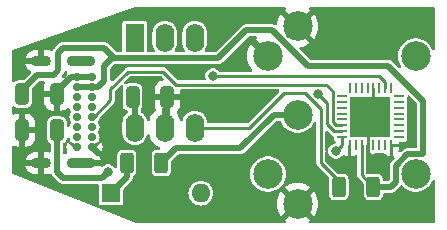
<source format=gbr>
%TF.GenerationSoftware,KiCad,Pcbnew,7.0.10*%
%TF.CreationDate,2024-10-22T16:46:23+13:00*%
%TF.ProjectId,MIDI_To_USB,4d494449-5f54-46f5-9f55-53422e6b6963,rev?*%
%TF.SameCoordinates,Original*%
%TF.FileFunction,Copper,L1,Top*%
%TF.FilePolarity,Positive*%
%FSLAX46Y46*%
G04 Gerber Fmt 4.6, Leading zero omitted, Abs format (unit mm)*
G04 Created by KiCad (PCBNEW 7.0.10) date 2024-10-22 16:46:23*
%MOMM*%
%LPD*%
G01*
G04 APERTURE LIST*
G04 Aperture macros list*
%AMRoundRect*
0 Rectangle with rounded corners*
0 $1 Rounding radius*
0 $2 $3 $4 $5 $6 $7 $8 $9 X,Y pos of 4 corners*
0 Add a 4 corners polygon primitive as box body*
4,1,4,$2,$3,$4,$5,$6,$7,$8,$9,$2,$3,0*
0 Add four circle primitives for the rounded corners*
1,1,$1+$1,$2,$3*
1,1,$1+$1,$4,$5*
1,1,$1+$1,$6,$7*
1,1,$1+$1,$8,$9*
0 Add four rect primitives between the rounded corners*
20,1,$1+$1,$2,$3,$4,$5,0*
20,1,$1+$1,$4,$5,$6,$7,0*
20,1,$1+$1,$6,$7,$8,$9,0*
20,1,$1+$1,$8,$9,$2,$3,0*%
G04 Aperture macros list end*
%TA.AperFunction,SMDPad,CuDef*%
%ADD10RoundRect,0.250000X0.325000X0.650000X-0.325000X0.650000X-0.325000X-0.650000X0.325000X-0.650000X0*%
%TD*%
%TA.AperFunction,SMDPad,CuDef*%
%ADD11RoundRect,0.250000X-0.325000X-0.650000X0.325000X-0.650000X0.325000X0.650000X-0.325000X0.650000X0*%
%TD*%
%TA.AperFunction,SMDPad,CuDef*%
%ADD12RoundRect,0.250000X0.312500X0.625000X-0.312500X0.625000X-0.312500X-0.625000X0.312500X-0.625000X0*%
%TD*%
%TA.AperFunction,ComponentPad*%
%ADD13O,1.600000X2.400000*%
%TD*%
%TA.AperFunction,ComponentPad*%
%ADD14R,1.600000X2.400000*%
%TD*%
%TA.AperFunction,SMDPad,CuDef*%
%ADD15RoundRect,0.062500X-0.062500X0.375000X-0.062500X-0.375000X0.062500X-0.375000X0.062500X0.375000X0*%
%TD*%
%TA.AperFunction,SMDPad,CuDef*%
%ADD16RoundRect,0.062500X-0.375000X0.062500X-0.375000X-0.062500X0.375000X-0.062500X0.375000X0.062500X0*%
%TD*%
%TA.AperFunction,SMDPad,CuDef*%
%ADD17R,3.450000X3.450000*%
%TD*%
%TA.AperFunction,ComponentPad*%
%ADD18C,0.700000*%
%TD*%
%TA.AperFunction,ComponentPad*%
%ADD19O,1.700000X0.900000*%
%TD*%
%TA.AperFunction,ComponentPad*%
%ADD20O,2.400000X0.900000*%
%TD*%
%TA.AperFunction,WasherPad*%
%ADD21C,2.499360*%
%TD*%
%TA.AperFunction,ComponentPad*%
%ADD22C,2.499360*%
%TD*%
%TA.AperFunction,ComponentPad*%
%ADD23R,1.600000X1.600000*%
%TD*%
%TA.AperFunction,ComponentPad*%
%ADD24O,1.600000X1.600000*%
%TD*%
%TA.AperFunction,ViaPad*%
%ADD25C,0.800000*%
%TD*%
%TA.AperFunction,Conductor*%
%ADD26C,0.500000*%
%TD*%
%TA.AperFunction,Conductor*%
%ADD27C,0.250000*%
%TD*%
G04 APERTURE END LIST*
D10*
%TO.P,C3,2*%
%TO.N,GND*%
X138525000Y-91440000D03*
%TO.P,C3,1*%
%TO.N,Net-(U3-VCCD)*%
X141475000Y-91440000D03*
%TD*%
D11*
%TO.P,C2,1*%
%TO.N,+5V*%
X138525000Y-88392000D03*
%TO.P,C2,2*%
%TO.N,GND*%
X141475000Y-88392000D03*
%TD*%
%TO.P,C1,1*%
%TO.N,+5V*%
X147877000Y-88646000D03*
%TO.P,C1,2*%
%TO.N,GND*%
X150827000Y-88646000D03*
%TD*%
D12*
%TO.P,R1,2*%
%TO.N,Net-(D1-K)*%
X147381500Y-94234000D03*
%TO.P,R1,1*%
%TO.N,Net-(J1-Pad2)*%
X150306500Y-94234000D03*
%TD*%
D13*
%TO.P,U1,6*%
%TO.N,+5V*%
X148072000Y-91245500D03*
%TO.P,U1,5*%
%TO.N,GND*%
X150612000Y-91245500D03*
%TO.P,U1,4*%
%TO.N,RX*%
X153152000Y-91245500D03*
%TO.P,U1,3*%
%TO.N,unconnected-(U1-Pad3)*%
X153152000Y-83625500D03*
%TO.P,U1,2*%
%TO.N,Net-(D1-A)*%
X150612000Y-83625500D03*
D14*
%TO.P,U1,1*%
%TO.N,Net-(D1-K)*%
X148072000Y-83625500D03*
%TD*%
D15*
%TO.P,U3,1,VCCIO*%
%TO.N,unconnected-(U3-VCCIO-Pad1)*%
X169773000Y-87857500D03*
%TO.P,U3,2,RXD*%
%TO.N,RX*%
X169273000Y-87857500D03*
%TO.P,U3,3,RI*%
%TO.N,unconnected-(U3-RI-Pad3)*%
X168773000Y-87857500D03*
%TO.P,U3,4,GND*%
%TO.N,GND*%
X168273000Y-87857500D03*
%TO.P,U3,5,GPIO5*%
%TO.N,unconnected-(U3-GPIO5-Pad5)*%
X167773000Y-87857500D03*
%TO.P,U3,6,DSR*%
%TO.N,unconnected-(U3-DSR-Pad6)*%
X167273000Y-87857500D03*
%TO.P,U3,7,DCD*%
%TO.N,unconnected-(U3-DCD-Pad7)*%
X166773000Y-87857500D03*
%TO.P,U3,8,CTS*%
%TO.N,unconnected-(U3-CTS-Pad8)*%
X166273000Y-87857500D03*
D16*
%TO.P,U3,9,GPIO4*%
%TO.N,unconnected-(U3-GPIO4-Pad9)*%
X165585500Y-88545000D03*
%TO.P,U3,10,GPIO2*%
%TO.N,unconnected-(U3-GPIO2-Pad10)*%
X165585500Y-89045000D03*
%TO.P,U3,11,GPIO3*%
%TO.N,unconnected-(U3-GPIO3-Pad11)*%
X165585500Y-89545000D03*
%TO.P,U3,12,GPIO6*%
%TO.N,unconnected-(U3-GPIO6-Pad12)*%
X165585500Y-90045000D03*
%TO.P,U3,13,GPIO7*%
%TO.N,unconnected-(U3-GPIO7-Pad13)*%
X165585500Y-90545000D03*
%TO.P,U3,14,USBDP*%
%TO.N,Net-(P1-D+)*%
X165585500Y-91045000D03*
%TO.P,U3,15,USBDM*%
%TO.N,Net-(P1-D-)*%
X165585500Y-91545000D03*
%TO.P,U3,16,VCCD*%
%TO.N,Net-(U3-VCCD)*%
X165585500Y-92045000D03*
D15*
%TO.P,U3,17,GND*%
%TO.N,GND*%
X166273000Y-92732500D03*
%TO.P,U3,18,~{RESET}*%
%TO.N,unconnected-(U3-~{RESET}-Pad18)*%
X166773000Y-92732500D03*
%TO.P,U3,19,VCC*%
%TO.N,+5V*%
X167273000Y-92732500D03*
%TO.P,U3,20,GND*%
%TO.N,GND*%
X167773000Y-92732500D03*
%TO.P,U3,21,GPIO1*%
%TO.N,unconnected-(U3-GPIO1-Pad21)*%
X168273000Y-92732500D03*
%TO.P,U3,22,GPIO0*%
%TO.N,unconnected-(U3-GPIO0-Pad22)*%
X168773000Y-92732500D03*
%TO.P,U3,23,DNU*%
%TO.N,unconnected-(U3-DNU-Pad23)*%
X169273000Y-92732500D03*
%TO.P,U3,24,AGND*%
%TO.N,GND*%
X169773000Y-92732500D03*
D16*
%TO.P,U3,25,DNU*%
%TO.N,unconnected-(U3-DNU-Pad25)*%
X170460500Y-92045000D03*
%TO.P,U3,26,DNU*%
%TO.N,unconnected-(U3-DNU-Pad26)*%
X170460500Y-91545000D03*
%TO.P,U3,27,DNU*%
%TO.N,unconnected-(U3-DNU-Pad27)*%
X170460500Y-91045000D03*
%TO.P,U3,28,DNU*%
%TO.N,unconnected-(U3-DNU-Pad28)*%
X170460500Y-90545000D03*
%TO.P,U3,29,DNU*%
%TO.N,unconnected-(U3-DNU-Pad29)*%
X170460500Y-90045000D03*
%TO.P,U3,30,TXD*%
%TO.N,unconnected-(U3-TXD-Pad30)*%
X170460500Y-89545000D03*
%TO.P,U3,31,DTR*%
%TO.N,unconnected-(U3-DTR-Pad31)*%
X170460500Y-89045000D03*
%TO.P,U3,32,RTS*%
%TO.N,unconnected-(U3-RTS-Pad32)*%
X170460500Y-88545000D03*
D17*
%TO.P,U3,33,GND*%
%TO.N,GND*%
X168023000Y-90295000D03*
%TD*%
D12*
%TO.P,R2,1*%
%TO.N,+5V*%
X168279000Y-96266000D03*
%TO.P,R2,2*%
%TO.N,RX*%
X165354000Y-96266000D03*
%TD*%
D18*
%TO.P,P1,A1,GND*%
%TO.N,GND*%
X144487000Y-92891000D03*
%TO.P,P1,A4,VBUS*%
%TO.N,+5V*%
X144487000Y-92041000D03*
%TO.P,P1,A5,CC*%
%TO.N,unconnected-(P1-CC-PadA5)*%
X144487000Y-91191000D03*
%TO.P,P1,A6,D+*%
%TO.N,Net-(P1-D+)*%
X144487000Y-90341000D03*
%TO.P,P1,A7,D-*%
%TO.N,Net-(P1-D-)*%
X144487000Y-89491000D03*
%TO.P,P1,A8*%
%TO.N,N/C*%
X144487000Y-88641000D03*
%TO.P,P1,A9,VBUS*%
%TO.N,+5V*%
X144487000Y-87791000D03*
%TO.P,P1,A12,GND*%
%TO.N,GND*%
X144487000Y-86941000D03*
%TO.P,P1,B1,GND*%
X143137000Y-86941000D03*
%TO.P,P1,B4,VBUS*%
%TO.N,+5V*%
X143137000Y-87791000D03*
%TO.P,P1,B5,VCONN*%
%TO.N,unconnected-(P1-VCONN-PadB5)*%
X143137000Y-88641000D03*
%TO.P,P1,B6*%
%TO.N,N/C*%
X143137000Y-89491000D03*
%TO.P,P1,B7*%
X143137000Y-90341000D03*
%TO.P,P1,B8*%
X143137000Y-91191000D03*
%TO.P,P1,B9,VBUS*%
%TO.N,+5V*%
X143137000Y-92041000D03*
%TO.P,P1,B12,GND*%
%TO.N,GND*%
X143137000Y-92891000D03*
D19*
%TO.P,P1,S1,SHIELD*%
X140127000Y-85591000D03*
X140127000Y-94241000D03*
D20*
X143507000Y-85591000D03*
X143507000Y-94241000D03*
%TD*%
D21*
%TO.P,J1,*%
%TO.N,*%
X171843700Y-85168740D03*
X171843700Y-95171260D03*
D22*
%TO.P,J1,5*%
%TO.N,GND*%
X159346900Y-85173820D03*
%TO.P,J1,1*%
X161848800Y-97668080D03*
%TO.P,J1,2*%
%TO.N,Net-(J1-Pad2)*%
X161846260Y-90170000D03*
%TO.P,J1,4*%
%TO.N,Net-(D1-A)*%
X159346900Y-95166180D03*
%TO.P,J1,3*%
%TO.N,GND*%
X161848800Y-82671920D03*
%TD*%
D23*
%TO.P,D1,1,K*%
%TO.N,Net-(D1-K)*%
X146050000Y-96774000D03*
D24*
%TO.P,D1,2,A*%
%TO.N,Net-(D1-A)*%
X153670000Y-96774000D03*
%TD*%
D25*
%TO.N,GND*%
X168656000Y-94234000D03*
%TO.N,Net-(U3-VCCD)*%
X145796000Y-94996000D03*
%TO.N,RX*%
X154686000Y-86868000D03*
%TO.N,Net-(P1-D-)*%
X163576000Y-88392000D03*
%TO.N,Net-(U3-VCCD)*%
X165100000Y-93218000D03*
%TD*%
D26*
%TO.N,+5V*%
X155156000Y-85344000D02*
X146344000Y-85344000D01*
X157500000Y-83000000D02*
X155156000Y-85344000D01*
X159698728Y-83000000D02*
X157500000Y-83000000D01*
X162698728Y-86000000D02*
X159698728Y-83000000D01*
X172500000Y-88960241D02*
X169539759Y-86000000D01*
X172500000Y-93471580D02*
X172500000Y-88960241D01*
X171139669Y-93471580D02*
X172500000Y-93471580D01*
X169734000Y-96266000D02*
X170144020Y-95855980D01*
X170144020Y-95855980D02*
X170144020Y-94467229D01*
X170144020Y-94467229D02*
X171139669Y-93471580D01*
X169539759Y-86000000D02*
X162698728Y-86000000D01*
X168279000Y-96266000D02*
X169734000Y-96266000D01*
X145500000Y-86000000D02*
X146156000Y-85344000D01*
X146156000Y-85344000D02*
X146344000Y-85344000D01*
X145500000Y-87272974D02*
X145500000Y-86000000D01*
X144981974Y-87791000D02*
X145500000Y-87272974D01*
X144487000Y-87791000D02*
X144981974Y-87791000D01*
%TO.N,Net-(J1-Pad2)*%
X150306500Y-94234000D02*
X151540500Y-93000000D01*
X151540500Y-93000000D02*
X157000000Y-93000000D01*
X157000000Y-93000000D02*
X159830000Y-90170000D01*
X159830000Y-90170000D02*
X161417000Y-90170000D01*
D27*
%TO.N,Net-(P1-D+)*%
X144487000Y-90341000D02*
X144591595Y-90341000D01*
X164301000Y-87593000D02*
X164823000Y-88115000D01*
X147500000Y-86500000D02*
X150476100Y-86500000D01*
X144591595Y-90341000D02*
X146000000Y-88932595D01*
X146000000Y-88932595D02*
X146000000Y-88000000D01*
X146000000Y-88000000D02*
X147500000Y-86500000D01*
X150476100Y-86500000D02*
X151569100Y-87593000D01*
X151569100Y-87593000D02*
X164301000Y-87593000D01*
X164823000Y-88115000D02*
X164823000Y-90769740D01*
X164823000Y-90769740D02*
X165098260Y-91045000D01*
X165098260Y-91045000D02*
X165585500Y-91045000D01*
%TO.N,RX*%
X168770740Y-86868000D02*
X169273000Y-87370260D01*
X154686000Y-86868000D02*
X168770740Y-86868000D01*
X169273000Y-87370260D02*
X169273000Y-87857500D01*
X163830000Y-94234000D02*
X165354000Y-95758000D01*
X163830000Y-89678967D02*
X163830000Y-94234000D01*
X165354000Y-95758000D02*
X165354000Y-96266000D01*
X160696079Y-88303921D02*
X162454954Y-88303921D01*
X162454954Y-88303921D02*
X163830000Y-89678967D01*
X157754500Y-91245500D02*
X160696079Y-88303921D01*
X153152000Y-91245500D02*
X157754500Y-91245500D01*
D26*
%TO.N,GND*%
X141475000Y-88108026D02*
X141475000Y-88392000D01*
X142642026Y-86941000D02*
X141475000Y-88108026D01*
X143137000Y-86941000D02*
X142642026Y-86941000D01*
X144487000Y-86941000D02*
X143137000Y-86941000D01*
%TO.N,+5V*%
X142000000Y-84500000D02*
X145500000Y-84500000D01*
X141610493Y-84889507D02*
X142000000Y-84500000D01*
X141610493Y-86389507D02*
X141610493Y-84889507D01*
X145500000Y-84500000D02*
X146344000Y-85344000D01*
X138525000Y-88041500D02*
X139783185Y-86783315D01*
X139783185Y-86783315D02*
X141216685Y-86783315D01*
X141216685Y-86783315D02*
X141610493Y-86389507D01*
X138525000Y-88392000D02*
X138525000Y-88041500D01*
%TO.N,Net-(U3-VCCD)*%
X141500000Y-91465000D02*
X141475000Y-91440000D01*
X141500000Y-95000000D02*
X141500000Y-91465000D01*
X142000000Y-95500000D02*
X141500000Y-95000000D01*
X145292000Y-95500000D02*
X142000000Y-95500000D01*
X145542000Y-95250000D02*
X145292000Y-95500000D01*
D27*
%TO.N,GND*%
X150827000Y-91030500D02*
X150612000Y-91245500D01*
D26*
X150827000Y-88646000D02*
X150827000Y-91030500D01*
%TO.N,+5V*%
X148072000Y-88572000D02*
X148072000Y-91245500D01*
D27*
X148000000Y-88500000D02*
X148072000Y-88572000D01*
X147877000Y-88623000D02*
X148000000Y-88500000D01*
X147877000Y-88646000D02*
X147877000Y-88623000D01*
%TO.N,Net-(J1-Pad2)*%
X161417000Y-90170000D02*
X161846260Y-90170000D01*
%TO.N,GND*%
X168656000Y-94234000D02*
X167773000Y-93351000D01*
X167773000Y-93351000D02*
X167773000Y-92732500D01*
%TO.N,Net-(U3-VCCD)*%
X145796000Y-94996000D02*
X145542000Y-95250000D01*
%TO.N,Net-(P1-D-)*%
X164961864Y-91545000D02*
X165585500Y-91545000D01*
X164338000Y-90921136D02*
X164961864Y-91545000D01*
X164338000Y-89154000D02*
X164338000Y-90921136D01*
X163576000Y-88392000D02*
X164338000Y-89154000D01*
%TO.N,GND*%
X150064500Y-90698000D02*
X150612000Y-91245500D01*
%TO.N,+5V*%
X148639500Y-90678000D02*
X148072000Y-91245500D01*
X167273000Y-95260000D02*
X167273000Y-92732500D01*
X168279000Y-96266000D02*
X167273000Y-95260000D01*
%TO.N,Net-(U3-VCCD)*%
X165585500Y-92732500D02*
X165100000Y-93218000D01*
X165585500Y-92045000D02*
X165585500Y-92732500D01*
D26*
%TO.N,Net-(D1-K)*%
X147381500Y-95442500D02*
X146050000Y-96774000D01*
X147381500Y-94234000D02*
X147381500Y-95442500D01*
D27*
%TO.N,GND*%
X168273000Y-90045000D02*
X168023000Y-90295000D01*
X168273000Y-87857500D02*
X168273000Y-90045000D01*
X167773000Y-90545000D02*
X168023000Y-90295000D01*
X167773000Y-92732500D02*
X167773000Y-90545000D01*
D26*
%TO.N,+5V*%
X143137000Y-87791000D02*
X144487000Y-87791000D01*
D27*
%TO.N,Net-(D1-K)*%
X146111500Y-96774000D02*
X146050000Y-96774000D01*
%TD*%
%TA.AperFunction,Conductor*%
%TO.N,GND*%
G36*
X140407042Y-87303500D02*
G01*
X140452797Y-87356304D01*
X140462741Y-87425462D01*
X140457709Y-87446819D01*
X140410494Y-87589302D01*
X140410493Y-87589309D01*
X140400000Y-87692013D01*
X140400000Y-88142000D01*
X141601000Y-88142000D01*
X141668039Y-88161685D01*
X141713794Y-88214489D01*
X141725000Y-88266000D01*
X141725000Y-89791999D01*
X141849972Y-89791999D01*
X141849986Y-89791998D01*
X141952697Y-89781505D01*
X142119119Y-89726358D01*
X142119124Y-89726356D01*
X142268342Y-89634317D01*
X142339596Y-89563063D01*
X142400919Y-89529578D01*
X142470611Y-89534562D01*
X142526545Y-89576433D01*
X142550216Y-89634553D01*
X142551954Y-89647756D01*
X142551956Y-89647762D01*
X142612464Y-89793841D01*
X142648277Y-89840515D01*
X142673470Y-89905684D01*
X142659431Y-89974129D01*
X142648277Y-89991485D01*
X142612464Y-90038158D01*
X142551956Y-90184237D01*
X142551955Y-90184239D01*
X142531318Y-90340998D01*
X142531318Y-90341001D01*
X142551955Y-90497760D01*
X142551956Y-90497762D01*
X142612464Y-90643841D01*
X142648277Y-90690515D01*
X142673470Y-90755684D01*
X142659431Y-90824129D01*
X142648277Y-90841485D01*
X142612464Y-90888158D01*
X142551956Y-91034237D01*
X142551956Y-91034239D01*
X142547438Y-91068555D01*
X142519171Y-91132452D01*
X142460846Y-91170922D01*
X142390981Y-91171753D01*
X142331758Y-91134680D01*
X142301980Y-91071474D01*
X142300499Y-91052369D01*
X142300499Y-90742129D01*
X142300498Y-90742123D01*
X142300497Y-90742116D01*
X142294091Y-90682517D01*
X142283610Y-90654417D01*
X142243797Y-90547671D01*
X142243793Y-90547664D01*
X142157547Y-90432455D01*
X142157544Y-90432452D01*
X142042335Y-90346206D01*
X142042328Y-90346202D01*
X141907486Y-90295910D01*
X141907485Y-90295909D01*
X141907483Y-90295909D01*
X141847873Y-90289500D01*
X141847863Y-90289500D01*
X141102129Y-90289500D01*
X141102123Y-90289501D01*
X141042516Y-90295908D01*
X140907671Y-90346202D01*
X140907664Y-90346206D01*
X140792455Y-90432452D01*
X140792452Y-90432455D01*
X140706206Y-90547664D01*
X140706202Y-90547671D01*
X140655908Y-90682517D01*
X140649501Y-90742116D01*
X140649501Y-90742123D01*
X140649500Y-90742135D01*
X140649500Y-92137870D01*
X140649501Y-92137876D01*
X140655908Y-92197483D01*
X140706202Y-92332328D01*
X140706206Y-92332335D01*
X140792452Y-92447544D01*
X140792455Y-92447547D01*
X140907665Y-92533794D01*
X140907667Y-92533794D01*
X140907669Y-92533796D01*
X140918830Y-92537958D01*
X140974764Y-92579826D01*
X140999184Y-92645289D01*
X140999500Y-92654141D01*
X140999500Y-93221837D01*
X140979815Y-93288876D01*
X140927011Y-93334631D01*
X140857853Y-93344575D01*
X140826602Y-93335789D01*
X140812862Y-93329893D01*
X140623606Y-93291000D01*
X140377000Y-93291000D01*
X140377000Y-93941000D01*
X139877000Y-93941000D01*
X139877000Y-93291000D01*
X139678824Y-93291000D01*
X139534778Y-93305647D01*
X139350438Y-93363484D01*
X139350428Y-93363489D01*
X139181501Y-93457251D01*
X139181494Y-93457256D01*
X139034894Y-93583107D01*
X138916631Y-93735890D01*
X138916629Y-93735894D01*
X138831542Y-93909356D01*
X138810404Y-93991000D01*
X139560889Y-93991000D01*
X139521390Y-94015457D01*
X139453799Y-94104962D01*
X139423105Y-94212840D01*
X139433454Y-94324521D01*
X139483448Y-94424922D01*
X139555931Y-94491000D01*
X138806529Y-94491000D01*
X138869685Y-94661527D01*
X138869687Y-94661531D01*
X138971892Y-94825503D01*
X139105002Y-94965534D01*
X139105003Y-94965535D01*
X139263586Y-95075913D01*
X139441137Y-95152106D01*
X139630394Y-95191000D01*
X139877000Y-95191000D01*
X139877000Y-94541000D01*
X140377000Y-94541000D01*
X140377000Y-95191000D01*
X140575176Y-95191000D01*
X140719221Y-95176352D01*
X140886663Y-95123817D01*
X140956521Y-95122529D01*
X141015985Y-95159214D01*
X141039966Y-95198796D01*
X141048925Y-95222817D01*
X141056204Y-95242331D01*
X141059096Y-95246194D01*
X141072617Y-95268983D01*
X141074619Y-95273367D01*
X141074622Y-95273372D01*
X141074623Y-95273373D01*
X141107144Y-95310904D01*
X141112688Y-95317785D01*
X141120779Y-95328593D01*
X141130333Y-95338147D01*
X141136353Y-95344614D01*
X141168872Y-95382143D01*
X141168874Y-95382145D01*
X141172928Y-95384750D01*
X141193571Y-95401385D01*
X141598614Y-95806428D01*
X141615246Y-95827066D01*
X141617854Y-95831125D01*
X141617857Y-95831128D01*
X141655400Y-95863658D01*
X141661863Y-95869677D01*
X141671407Y-95879221D01*
X141671413Y-95879226D01*
X141671416Y-95879228D01*
X141682207Y-95887306D01*
X141689100Y-95892860D01*
X141693090Y-95896317D01*
X141726627Y-95925377D01*
X141731010Y-95927379D01*
X141753807Y-95940905D01*
X141757669Y-95943796D01*
X141804212Y-95961155D01*
X141812360Y-95964530D01*
X141839673Y-95977004D01*
X141857540Y-95985164D01*
X141857541Y-95985164D01*
X141857543Y-95985165D01*
X141862312Y-95985850D01*
X141888002Y-95992407D01*
X141892517Y-95994091D01*
X141942049Y-95997633D01*
X141950843Y-95998579D01*
X141964201Y-96000500D01*
X141977692Y-96000500D01*
X141986538Y-96000815D01*
X142036073Y-96004359D01*
X142040785Y-96003334D01*
X142067143Y-96000500D01*
X144875500Y-96000500D01*
X144942539Y-96020185D01*
X144988294Y-96072989D01*
X144999500Y-96124500D01*
X144999500Y-97598678D01*
X145014032Y-97671735D01*
X145014033Y-97671739D01*
X145014034Y-97671740D01*
X145069399Y-97754601D01*
X145151263Y-97809300D01*
X145152260Y-97809966D01*
X145152264Y-97809967D01*
X145225321Y-97824499D01*
X145225324Y-97824500D01*
X145225326Y-97824500D01*
X146874676Y-97824500D01*
X146874677Y-97824499D01*
X146947740Y-97809966D01*
X147030601Y-97754601D01*
X147085966Y-97671740D01*
X147100500Y-97598674D01*
X147100500Y-96774000D01*
X152614417Y-96774000D01*
X152634699Y-96979932D01*
X152664734Y-97078944D01*
X152694768Y-97177954D01*
X152792315Y-97360450D01*
X152792317Y-97360452D01*
X152923589Y-97520410D01*
X153000182Y-97583267D01*
X153083550Y-97651685D01*
X153266046Y-97749232D01*
X153464066Y-97809300D01*
X153464065Y-97809300D01*
X153482529Y-97811118D01*
X153670000Y-97829583D01*
X153875934Y-97809300D01*
X154073954Y-97749232D01*
X154256450Y-97651685D01*
X154416410Y-97520410D01*
X154547685Y-97360450D01*
X154645232Y-97177954D01*
X154705300Y-96979934D01*
X154725583Y-96774000D01*
X154705300Y-96568066D01*
X154645232Y-96370046D01*
X154547685Y-96187550D01*
X154472427Y-96095847D01*
X154416410Y-96027589D01*
X154256452Y-95896317D01*
X154256453Y-95896317D01*
X154256450Y-95896315D01*
X154073954Y-95798768D01*
X153875934Y-95738700D01*
X153875932Y-95738699D01*
X153875934Y-95738699D01*
X153670000Y-95718417D01*
X153464067Y-95738699D01*
X153266043Y-95798769D01*
X153205505Y-95831128D01*
X153083550Y-95896315D01*
X153083548Y-95896316D01*
X153083547Y-95896317D01*
X152923589Y-96027589D01*
X152792317Y-96187547D01*
X152694769Y-96370043D01*
X152634699Y-96568067D01*
X152614417Y-96774000D01*
X147100500Y-96774000D01*
X147100500Y-96482674D01*
X147120185Y-96415635D01*
X147136815Y-96394997D01*
X147687928Y-95843883D01*
X147708569Y-95827250D01*
X147712628Y-95824643D01*
X147745160Y-95787096D01*
X147751184Y-95780628D01*
X147754440Y-95777373D01*
X147760720Y-95771093D01*
X147768819Y-95760272D01*
X147774350Y-95753409D01*
X147806877Y-95715873D01*
X147808875Y-95711495D01*
X147822407Y-95688689D01*
X147825296Y-95684831D01*
X147842649Y-95638301D01*
X147846034Y-95630130D01*
X147855823Y-95608696D01*
X147866665Y-95584957D01*
X147867350Y-95580185D01*
X147873909Y-95554492D01*
X147875591Y-95549983D01*
X147879133Y-95500451D01*
X147880080Y-95491648D01*
X147880773Y-95486834D01*
X147882000Y-95478299D01*
X147882000Y-95464808D01*
X147882316Y-95455961D01*
X147886492Y-95397581D01*
X147889198Y-95397774D01*
X147901066Y-95343196D01*
X147935592Y-95303348D01*
X147936327Y-95302797D01*
X147936331Y-95302796D01*
X148051546Y-95216546D01*
X148137796Y-95101331D01*
X148188091Y-94966483D01*
X148194500Y-94906873D01*
X148194499Y-93561128D01*
X148188091Y-93501517D01*
X148186760Y-93497949D01*
X148137797Y-93366671D01*
X148137793Y-93366664D01*
X148051547Y-93251455D01*
X148051544Y-93251452D01*
X147936335Y-93165206D01*
X147936328Y-93165202D01*
X147801486Y-93114910D01*
X147801485Y-93114909D01*
X147801483Y-93114909D01*
X147741873Y-93108500D01*
X147741863Y-93108500D01*
X147021129Y-93108500D01*
X147021123Y-93108501D01*
X146961516Y-93114908D01*
X146826671Y-93165202D01*
X146826664Y-93165206D01*
X146711455Y-93251452D01*
X146711452Y-93251455D01*
X146625206Y-93366664D01*
X146625202Y-93366671D01*
X146574908Y-93501517D01*
X146568501Y-93561116D01*
X146568501Y-93561123D01*
X146568500Y-93561135D01*
X146568500Y-94572113D01*
X146548815Y-94639152D01*
X146496011Y-94684907D01*
X146426853Y-94694851D01*
X146363297Y-94665826D01*
X146342450Y-94642553D01*
X146340102Y-94639152D01*
X146286483Y-94561470D01*
X146168240Y-94456717D01*
X146168238Y-94456716D01*
X146168237Y-94456715D01*
X146028365Y-94383303D01*
X145874986Y-94345500D01*
X145874985Y-94345500D01*
X145717015Y-94345500D01*
X145717014Y-94345500D01*
X145563634Y-94383303D01*
X145423762Y-94456715D01*
X145411220Y-94467826D01*
X145371181Y-94503298D01*
X145358798Y-94514268D01*
X145295564Y-94543989D01*
X145226301Y-94534805D01*
X145178515Y-94497353D01*
X145173597Y-94491000D01*
X144423111Y-94491000D01*
X144462610Y-94466543D01*
X144530201Y-94377038D01*
X144560895Y-94269160D01*
X144550546Y-94157479D01*
X144500552Y-94057078D01*
X144428069Y-93991000D01*
X145177471Y-93991000D01*
X145114314Y-93820472D01*
X145114312Y-93820468D01*
X145012110Y-93656500D01*
X145012108Y-93656498D01*
X144998602Y-93642290D01*
X144973616Y-93641973D01*
X144968027Y-93645026D01*
X144898335Y-93640042D01*
X144853988Y-93611541D01*
X144221127Y-92978680D01*
X144198176Y-92936649D01*
X144287000Y-92936649D01*
X144326613Y-93018905D01*
X144397992Y-93075827D01*
X144464468Y-93091000D01*
X144509532Y-93091000D01*
X144576008Y-93075827D01*
X144647387Y-93018905D01*
X144687000Y-92936649D01*
X144687000Y-92891000D01*
X144840553Y-92891000D01*
X145238651Y-93289099D01*
X145238652Y-93289099D01*
X145267790Y-93238631D01*
X145323003Y-93068702D01*
X145323004Y-93068700D01*
X145341681Y-92891000D01*
X145323004Y-92713299D01*
X145323003Y-92713297D01*
X145267793Y-92543375D01*
X145267790Y-92543369D01*
X145238651Y-92492899D01*
X145108712Y-92622838D01*
X145085932Y-92635276D01*
X145081303Y-92648154D01*
X145068840Y-92662712D01*
X144840553Y-92891000D01*
X144687000Y-92891000D01*
X144687000Y-92845351D01*
X144647387Y-92763095D01*
X144576008Y-92706173D01*
X144509532Y-92691000D01*
X144464468Y-92691000D01*
X144397992Y-92706173D01*
X144326613Y-92763095D01*
X144287000Y-92845351D01*
X144287000Y-92936649D01*
X144198176Y-92936649D01*
X144187642Y-92917357D01*
X144192626Y-92847665D01*
X144221127Y-92803318D01*
X144347232Y-92677213D01*
X144408555Y-92643728D01*
X144451095Y-92641955D01*
X144487000Y-92646682D01*
X144643762Y-92626044D01*
X144789841Y-92565536D01*
X144905672Y-92476655D01*
X144913589Y-92473594D01*
X144922647Y-92459683D01*
X145011536Y-92343841D01*
X145072044Y-92197762D01*
X145092682Y-92041000D01*
X145090038Y-92020919D01*
X145077968Y-91929234D01*
X145072044Y-91884238D01*
X145038326Y-91802836D01*
X145011538Y-91738163D01*
X145011535Y-91738157D01*
X144975723Y-91691487D01*
X144950528Y-91626318D01*
X144964566Y-91557873D01*
X144975723Y-91540513D01*
X144987380Y-91525322D01*
X145011536Y-91493841D01*
X145072044Y-91347762D01*
X145092682Y-91191000D01*
X145092550Y-91190000D01*
X145072044Y-91034239D01*
X145072043Y-91034237D01*
X145023838Y-90917859D01*
X145011538Y-90888163D01*
X145011535Y-90888157D01*
X144982497Y-90850315D01*
X144975722Y-90841485D01*
X144950528Y-90776318D01*
X144964566Y-90707873D01*
X144975723Y-90690513D01*
X144981860Y-90682516D01*
X145011536Y-90643841D01*
X145072044Y-90497762D01*
X145082647Y-90417220D01*
X145110911Y-90353326D01*
X145117892Y-90345738D01*
X146228889Y-89234741D01*
X146248746Y-89218617D01*
X146257836Y-89212679D01*
X146277271Y-89187707D01*
X146287456Y-89176176D01*
X146287456Y-89176175D01*
X146287519Y-89176113D01*
X146299630Y-89159148D01*
X146302627Y-89155129D01*
X146334809Y-89113784D01*
X146334811Y-89113776D01*
X146338547Y-89106873D01*
X146342006Y-89099798D01*
X146342010Y-89099794D01*
X146356942Y-89049636D01*
X146358486Y-89044813D01*
X146375500Y-88995255D01*
X146375500Y-88995253D01*
X146375501Y-88995251D01*
X146376791Y-88987519D01*
X146377768Y-88979681D01*
X146375606Y-88927402D01*
X146375500Y-88922278D01*
X146375500Y-88206899D01*
X146395185Y-88139860D01*
X146411819Y-88119218D01*
X146656034Y-87875003D01*
X146901938Y-87629098D01*
X146963259Y-87595615D01*
X147032950Y-87600599D01*
X147088884Y-87642470D01*
X147113301Y-87707935D01*
X147105799Y-87760113D01*
X147057909Y-87888514D01*
X147057908Y-87888516D01*
X147051727Y-87946013D01*
X147051501Y-87948123D01*
X147051500Y-87948135D01*
X147051500Y-89343870D01*
X147051501Y-89343876D01*
X147057908Y-89403483D01*
X147108202Y-89538328D01*
X147108206Y-89538335D01*
X147194452Y-89653544D01*
X147194455Y-89653547D01*
X147309664Y-89739793D01*
X147309673Y-89739798D01*
X147419690Y-89780831D01*
X147475624Y-89822701D01*
X147500042Y-89888166D01*
X147485191Y-89956439D01*
X147455023Y-89992866D01*
X147325590Y-90099089D01*
X147194317Y-90259047D01*
X147194315Y-90259050D01*
X147177879Y-90289799D01*
X147096769Y-90441543D01*
X147036699Y-90639567D01*
X147026346Y-90744690D01*
X147021500Y-90793892D01*
X147021500Y-91697108D01*
X147025544Y-91738163D01*
X147036699Y-91851432D01*
X147052242Y-91902670D01*
X147096768Y-92049454D01*
X147194315Y-92231950D01*
X147194317Y-92231952D01*
X147325589Y-92391910D01*
X147412434Y-92463181D01*
X147485550Y-92523185D01*
X147668046Y-92620732D01*
X147866066Y-92680800D01*
X147866065Y-92680800D01*
X147881448Y-92682315D01*
X148072000Y-92701083D01*
X148277934Y-92680800D01*
X148475954Y-92620732D01*
X148658450Y-92523185D01*
X148818410Y-92391910D01*
X148949685Y-92231950D01*
X149047232Y-92049454D01*
X149094891Y-91892339D01*
X149133187Y-91833903D01*
X149196999Y-91805446D01*
X149266066Y-91816005D01*
X149318460Y-91862229D01*
X149333326Y-91896242D01*
X149385731Y-92091819D01*
X149385734Y-92091826D01*
X149481865Y-92297982D01*
X149612342Y-92484320D01*
X149773179Y-92645157D01*
X149959517Y-92775633D01*
X150166429Y-92872118D01*
X150218868Y-92918290D01*
X150238020Y-92985484D01*
X150217804Y-93052365D01*
X150164639Y-93097699D01*
X150114025Y-93108500D01*
X149946130Y-93108500D01*
X149946123Y-93108501D01*
X149886516Y-93114908D01*
X149751671Y-93165202D01*
X149751664Y-93165206D01*
X149636455Y-93251452D01*
X149636452Y-93251455D01*
X149550206Y-93366664D01*
X149550202Y-93366671D01*
X149499908Y-93501517D01*
X149493501Y-93561116D01*
X149493501Y-93561123D01*
X149493500Y-93561135D01*
X149493500Y-94906870D01*
X149493501Y-94906876D01*
X149499908Y-94966483D01*
X149550202Y-95101328D01*
X149550206Y-95101335D01*
X149636452Y-95216544D01*
X149636455Y-95216547D01*
X149751664Y-95302793D01*
X149751671Y-95302797D01*
X149782084Y-95314140D01*
X149886517Y-95353091D01*
X149946127Y-95359500D01*
X150666872Y-95359499D01*
X150726483Y-95353091D01*
X150861331Y-95302796D01*
X150976546Y-95216546D01*
X151014246Y-95166185D01*
X157841579Y-95166185D01*
X157862109Y-95413944D01*
X157923141Y-95654957D01*
X158023009Y-95882633D01*
X158158987Y-96090764D01*
X158158990Y-96090767D01*
X158327374Y-96273681D01*
X158327377Y-96273683D01*
X158327380Y-96273686D01*
X158523558Y-96426378D01*
X158523564Y-96426382D01*
X158523567Y-96426384D01*
X158742219Y-96544713D01*
X158850413Y-96581856D01*
X158977362Y-96625438D01*
X158977364Y-96625438D01*
X158977366Y-96625439D01*
X159222592Y-96666360D01*
X159222593Y-96666360D01*
X159471207Y-96666360D01*
X159471208Y-96666360D01*
X159716434Y-96625439D01*
X159951581Y-96544713D01*
X160170233Y-96426384D01*
X160184044Y-96415635D01*
X160242620Y-96370043D01*
X160366426Y-96273681D01*
X160534810Y-96090767D01*
X160670790Y-95882634D01*
X160770659Y-95654957D01*
X160831690Y-95413948D01*
X160841868Y-95291116D01*
X160852221Y-95166185D01*
X160852221Y-95166174D01*
X160838119Y-94996000D01*
X160831690Y-94918412D01*
X160770659Y-94677403D01*
X160670790Y-94449726D01*
X160640660Y-94403608D01*
X160534812Y-94241595D01*
X160478271Y-94180175D01*
X160366426Y-94058679D01*
X160366421Y-94058675D01*
X160366419Y-94058673D01*
X160170241Y-93905981D01*
X160170235Y-93905977D01*
X159951581Y-93787647D01*
X159951573Y-93787644D01*
X159716437Y-93706921D01*
X159532514Y-93676230D01*
X159471208Y-93666000D01*
X159222592Y-93666000D01*
X159173546Y-93674184D01*
X158977362Y-93706921D01*
X158742226Y-93787644D01*
X158742218Y-93787647D01*
X158523564Y-93905977D01*
X158523558Y-93905981D01*
X158327380Y-94058673D01*
X158327377Y-94058676D01*
X158327374Y-94058678D01*
X158327374Y-94058679D01*
X158305471Y-94082472D01*
X158158987Y-94241595D01*
X158023009Y-94449726D01*
X157923141Y-94677402D01*
X157862109Y-94918415D01*
X157841579Y-95166174D01*
X157841579Y-95166185D01*
X151014246Y-95166185D01*
X151062796Y-95101331D01*
X151113091Y-94966483D01*
X151119500Y-94906873D01*
X151119499Y-94180174D01*
X151139183Y-94113136D01*
X151155813Y-94092499D01*
X151711495Y-93536819D01*
X151772818Y-93503334D01*
X151799176Y-93500500D01*
X156932857Y-93500500D01*
X156959215Y-93503334D01*
X156963927Y-93504359D01*
X157013461Y-93500815D01*
X157022308Y-93500500D01*
X157035799Y-93500500D01*
X157049156Y-93498579D01*
X157057951Y-93497633D01*
X157107483Y-93494091D01*
X157111992Y-93492408D01*
X157137685Y-93485850D01*
X157142457Y-93485165D01*
X157187637Y-93464530D01*
X157195801Y-93461149D01*
X157242331Y-93443796D01*
X157246189Y-93440907D01*
X157268995Y-93427375D01*
X157273373Y-93425377D01*
X157310899Y-93392859D01*
X157317778Y-93387316D01*
X157328593Y-93379221D01*
X157338155Y-93369658D01*
X157344605Y-93363653D01*
X157382143Y-93331128D01*
X157384751Y-93327068D01*
X157401381Y-93306431D01*
X160000994Y-90706819D01*
X160062317Y-90673334D01*
X160088675Y-90670500D01*
X160346630Y-90670500D01*
X160413669Y-90690185D01*
X160459424Y-90742989D01*
X160460186Y-90744690D01*
X160522369Y-90886453D01*
X160658347Y-91094584D01*
X160658350Y-91094587D01*
X160826734Y-91277501D01*
X160826737Y-91277503D01*
X160826740Y-91277506D01*
X161022918Y-91430198D01*
X161022924Y-91430202D01*
X161022927Y-91430204D01*
X161241579Y-91548533D01*
X161268786Y-91557873D01*
X161476722Y-91629258D01*
X161476724Y-91629258D01*
X161476726Y-91629259D01*
X161721952Y-91670180D01*
X161721953Y-91670180D01*
X161970567Y-91670180D01*
X161970568Y-91670180D01*
X162215794Y-91629259D01*
X162450941Y-91548533D01*
X162669593Y-91430204D01*
X162865786Y-91277501D01*
X163034170Y-91094587D01*
X163170150Y-90886454D01*
X163216944Y-90779774D01*
X163261900Y-90726289D01*
X163328636Y-90705599D01*
X163395964Y-90724274D01*
X163442507Y-90776384D01*
X163454500Y-90829585D01*
X163454500Y-94182196D01*
X163451862Y-94207634D01*
X163449633Y-94218268D01*
X163449633Y-94218270D01*
X163453548Y-94249675D01*
X163454500Y-94265013D01*
X163454500Y-94265116D01*
X163457918Y-94285603D01*
X163458657Y-94290669D01*
X163465134Y-94342627D01*
X163467373Y-94350147D01*
X163469935Y-94357611D01*
X163494827Y-94403608D01*
X163497171Y-94408161D01*
X163520172Y-94455208D01*
X163524742Y-94461609D01*
X163529581Y-94467826D01*
X163568108Y-94503293D01*
X163571780Y-94506817D01*
X164510416Y-95445453D01*
X164543901Y-95506776D01*
X164546025Y-95546387D01*
X164545154Y-95554492D01*
X164541001Y-95593123D01*
X164541000Y-95593130D01*
X164541000Y-96938870D01*
X164541001Y-96938876D01*
X164547408Y-96998483D01*
X164597702Y-97133328D01*
X164597706Y-97133335D01*
X164683952Y-97248544D01*
X164683955Y-97248547D01*
X164799164Y-97334793D01*
X164799171Y-97334797D01*
X164844118Y-97351561D01*
X164934017Y-97385091D01*
X164993627Y-97391500D01*
X165714372Y-97391499D01*
X165773983Y-97385091D01*
X165908831Y-97334796D01*
X166024046Y-97248546D01*
X166110296Y-97133331D01*
X166160591Y-96998483D01*
X166167000Y-96938873D01*
X166166999Y-95593128D01*
X166160591Y-95533517D01*
X166154914Y-95518297D01*
X166110297Y-95398671D01*
X166110293Y-95398664D01*
X166024047Y-95283455D01*
X166024044Y-95283452D01*
X165908835Y-95197206D01*
X165908828Y-95197202D01*
X165773982Y-95146908D01*
X165773983Y-95146908D01*
X165714383Y-95140501D01*
X165714381Y-95140500D01*
X165714373Y-95140500D01*
X165714365Y-95140500D01*
X165318900Y-95140500D01*
X165251861Y-95120815D01*
X165231219Y-95104181D01*
X164241819Y-94114781D01*
X164208334Y-94053458D01*
X164205500Y-94027100D01*
X164205500Y-93297795D01*
X164225185Y-93230756D01*
X164237102Y-93220429D01*
X164207179Y-93158543D01*
X164205500Y-93138204D01*
X164205500Y-91619035D01*
X164225185Y-91551996D01*
X164277989Y-91506241D01*
X164347147Y-91496297D01*
X164410703Y-91525322D01*
X164417174Y-91531347D01*
X164553885Y-91668059D01*
X164659714Y-91773888D01*
X164675839Y-91793744D01*
X164676660Y-91795000D01*
X164681780Y-91802836D01*
X164706757Y-91822276D01*
X164718282Y-91832456D01*
X164718348Y-91832522D01*
X164735261Y-91844597D01*
X164739373Y-91847662D01*
X164758089Y-91862229D01*
X164780675Y-91879809D01*
X164780677Y-91879809D01*
X164787584Y-91883547D01*
X164794660Y-91887006D01*
X164794665Y-91887010D01*
X164808878Y-91891241D01*
X164867515Y-91929234D01*
X164896303Y-91992898D01*
X164897500Y-92010086D01*
X164897500Y-92144180D01*
X164903500Y-92189756D01*
X164903502Y-92189763D01*
X164950150Y-92289799D01*
X165031488Y-92371137D01*
X165064973Y-92432460D01*
X165059989Y-92502152D01*
X165018117Y-92558085D01*
X164973482Y-92579215D01*
X164867633Y-92605304D01*
X164727762Y-92678715D01*
X164675806Y-92724744D01*
X164619803Y-92774358D01*
X164609516Y-92783471D01*
X164519781Y-92913475D01*
X164519780Y-92913476D01*
X164463762Y-93061181D01*
X164452596Y-93153150D01*
X164424974Y-93217328D01*
X164420956Y-93220036D01*
X164448477Y-93262860D01*
X164452596Y-93282849D01*
X164463762Y-93374818D01*
X164512891Y-93504358D01*
X164519780Y-93522523D01*
X164609517Y-93652530D01*
X164727760Y-93757283D01*
X164727762Y-93757284D01*
X164867634Y-93830696D01*
X165021014Y-93868500D01*
X165021015Y-93868500D01*
X165178985Y-93868500D01*
X165332365Y-93830696D01*
X165351845Y-93820472D01*
X165472240Y-93757283D01*
X165590483Y-93652530D01*
X165657089Y-93556033D01*
X165711371Y-93512043D01*
X165780820Y-93504383D01*
X165834626Y-93528097D01*
X165926824Y-93598843D01*
X166063657Y-93655521D01*
X166063665Y-93655523D01*
X166147998Y-93666625D01*
X166148000Y-93666624D01*
X166148000Y-92731500D01*
X166167685Y-92664461D01*
X166220489Y-92618706D01*
X166272000Y-92607500D01*
X166273500Y-92607500D01*
X166340539Y-92627185D01*
X166386294Y-92679989D01*
X166397500Y-92731500D01*
X166397500Y-93144186D01*
X166397734Y-93147741D01*
X166398000Y-93155851D01*
X166398000Y-93666624D01*
X166398001Y-93666625D01*
X166482334Y-93655523D01*
X166482342Y-93655521D01*
X166619175Y-93598843D01*
X166698013Y-93538349D01*
X166763182Y-93513155D01*
X166831627Y-93527193D01*
X166881617Y-93576007D01*
X166897500Y-93636725D01*
X166897500Y-95208196D01*
X166894862Y-95233634D01*
X166892633Y-95244268D01*
X166892633Y-95244270D01*
X166896548Y-95275675D01*
X166897500Y-95291013D01*
X166897500Y-95291116D01*
X166900918Y-95311603D01*
X166901657Y-95316669D01*
X166908134Y-95368627D01*
X166910373Y-95376147D01*
X166912935Y-95383611D01*
X166937827Y-95429608D01*
X166940171Y-95434161D01*
X166963172Y-95481208D01*
X166967742Y-95487609D01*
X166972581Y-95493826D01*
X167011107Y-95529292D01*
X167014779Y-95532816D01*
X167429681Y-95947718D01*
X167463166Y-96009041D01*
X167466000Y-96035399D01*
X167466000Y-96938870D01*
X167466001Y-96938876D01*
X167472408Y-96998483D01*
X167522702Y-97133328D01*
X167522706Y-97133335D01*
X167608952Y-97248544D01*
X167608955Y-97248547D01*
X167724164Y-97334793D01*
X167724171Y-97334797D01*
X167769118Y-97351561D01*
X167859017Y-97385091D01*
X167918627Y-97391500D01*
X168639372Y-97391499D01*
X168698983Y-97385091D01*
X168833831Y-97334796D01*
X168949046Y-97248546D01*
X169035296Y-97133331D01*
X169085591Y-96998483D01*
X169092000Y-96938873D01*
X169092000Y-96890500D01*
X169111685Y-96823461D01*
X169164489Y-96777706D01*
X169216000Y-96766500D01*
X169666857Y-96766500D01*
X169693215Y-96769334D01*
X169697927Y-96770359D01*
X169747461Y-96766815D01*
X169756308Y-96766500D01*
X169769799Y-96766500D01*
X169783156Y-96764579D01*
X169791951Y-96763633D01*
X169841483Y-96760091D01*
X169845992Y-96758408D01*
X169871685Y-96751850D01*
X169876457Y-96751165D01*
X169921637Y-96730530D01*
X169929801Y-96727149D01*
X169976331Y-96709796D01*
X169980189Y-96706907D01*
X170002995Y-96693375D01*
X170007373Y-96691377D01*
X170044899Y-96658859D01*
X170051778Y-96653316D01*
X170062593Y-96645221D01*
X170072155Y-96635658D01*
X170078605Y-96629653D01*
X170116143Y-96597128D01*
X170118751Y-96593068D01*
X170135381Y-96572431D01*
X170450451Y-96257361D01*
X170471088Y-96240731D01*
X170475148Y-96238123D01*
X170507673Y-96200585D01*
X170513678Y-96194135D01*
X170523241Y-96184573D01*
X170529886Y-96175694D01*
X170585818Y-96133820D01*
X170655509Y-96128832D01*
X170716834Y-96162314D01*
X170720361Y-96165990D01*
X170824174Y-96278761D01*
X170824177Y-96278763D01*
X170824180Y-96278766D01*
X171020358Y-96431458D01*
X171020364Y-96431462D01*
X171020367Y-96431464D01*
X171239019Y-96549793D01*
X171361122Y-96591711D01*
X171474162Y-96630518D01*
X171474164Y-96630518D01*
X171474166Y-96630519D01*
X171719392Y-96671440D01*
X171719393Y-96671440D01*
X171968007Y-96671440D01*
X171968008Y-96671440D01*
X172213234Y-96630519D01*
X172448381Y-96549793D01*
X172667033Y-96431464D01*
X172673563Y-96426382D01*
X172745947Y-96370043D01*
X172863226Y-96278761D01*
X173031610Y-96095847D01*
X173167590Y-95887714D01*
X173243944Y-95713644D01*
X173288900Y-95660159D01*
X173355636Y-95639469D01*
X173422964Y-95658144D01*
X173469507Y-95710254D01*
X173481500Y-95763455D01*
X173481500Y-99189500D01*
X173461815Y-99256539D01*
X173409011Y-99302294D01*
X173357500Y-99313500D01*
X162943424Y-99313500D01*
X162876385Y-99293815D01*
X162830630Y-99241011D01*
X162820686Y-99171853D01*
X162849711Y-99108297D01*
X162873572Y-99087046D01*
X162897737Y-99070570D01*
X162134094Y-98306927D01*
X162175793Y-98291113D01*
X162315393Y-98194755D01*
X162427876Y-98067787D01*
X162487828Y-97953556D01*
X163250696Y-98716424D01*
X163250697Y-98716423D01*
X163298500Y-98656482D01*
X163298507Y-98656471D01*
X163429625Y-98429368D01*
X163525434Y-98185253D01*
X163525437Y-98185241D01*
X163583789Y-97929584D01*
X163603386Y-97668084D01*
X163603386Y-97668075D01*
X163583789Y-97406575D01*
X163525437Y-97150918D01*
X163525434Y-97150906D01*
X163429625Y-96906791D01*
X163298504Y-96679683D01*
X163250697Y-96619734D01*
X162487828Y-97382603D01*
X162427876Y-97268373D01*
X162315393Y-97141405D01*
X162175793Y-97045047D01*
X162134094Y-97029232D01*
X162897737Y-96265588D01*
X162726093Y-96148564D01*
X162726085Y-96148559D01*
X162489824Y-96034783D01*
X162489826Y-96034783D01*
X162239240Y-95957487D01*
X162239234Y-95957486D01*
X161979925Y-95918400D01*
X161717674Y-95918400D01*
X161458365Y-95957486D01*
X161458359Y-95957487D01*
X161207774Y-96034783D01*
X160971512Y-96148561D01*
X160971499Y-96148568D01*
X160799861Y-96265587D01*
X161563506Y-97029232D01*
X161521807Y-97045047D01*
X161382207Y-97141405D01*
X161269724Y-97268373D01*
X161209770Y-97382603D01*
X160446902Y-96619735D01*
X160399093Y-96679686D01*
X160267974Y-96906791D01*
X160172165Y-97150906D01*
X160172162Y-97150918D01*
X160113810Y-97406575D01*
X160094214Y-97668075D01*
X160094214Y-97668084D01*
X160113810Y-97929584D01*
X160172162Y-98185241D01*
X160172165Y-98185253D01*
X160267974Y-98429368D01*
X160399095Y-98656476D01*
X160446901Y-98716424D01*
X161209770Y-97953555D01*
X161269724Y-98067787D01*
X161382207Y-98194755D01*
X161521807Y-98291113D01*
X161563505Y-98306927D01*
X160799861Y-99070570D01*
X160824027Y-99087046D01*
X160868329Y-99141075D01*
X160876388Y-99210478D01*
X160845645Y-99273221D01*
X160785861Y-99309383D01*
X160754175Y-99313500D01*
X148201007Y-99313500D01*
X148155404Y-99304810D01*
X137762897Y-95194724D01*
X137707795Y-95151764D01*
X137684666Y-95085833D01*
X137684500Y-95079414D01*
X137684500Y-92875405D01*
X137704185Y-92808366D01*
X137756989Y-92762611D01*
X137826147Y-92752667D01*
X137873600Y-92769868D01*
X137880876Y-92774356D01*
X137880880Y-92774358D01*
X138047302Y-92829505D01*
X138047309Y-92829506D01*
X138150019Y-92839999D01*
X138274999Y-92839999D01*
X138275000Y-92839998D01*
X138275000Y-91690000D01*
X138775000Y-91690000D01*
X138775000Y-92839999D01*
X138899972Y-92839999D01*
X138899986Y-92839998D01*
X139002697Y-92829505D01*
X139169119Y-92774358D01*
X139169124Y-92774356D01*
X139318345Y-92682315D01*
X139442315Y-92558345D01*
X139534356Y-92409124D01*
X139534358Y-92409119D01*
X139589505Y-92242697D01*
X139589506Y-92242690D01*
X139599999Y-92139986D01*
X139600000Y-92139973D01*
X139600000Y-91690000D01*
X138775000Y-91690000D01*
X138275000Y-91690000D01*
X138275000Y-90040000D01*
X138775000Y-90040000D01*
X138775000Y-91190000D01*
X139599999Y-91190000D01*
X139599999Y-90740028D01*
X139599998Y-90740013D01*
X139589505Y-90637302D01*
X139534358Y-90470880D01*
X139534356Y-90470875D01*
X139442315Y-90321654D01*
X139318345Y-90197684D01*
X139169124Y-90105643D01*
X139169119Y-90105641D01*
X139002697Y-90050494D01*
X139002690Y-90050493D01*
X138899986Y-90040000D01*
X138775000Y-90040000D01*
X138275000Y-90040000D01*
X138150027Y-90040000D01*
X138150012Y-90040001D01*
X138047302Y-90050494D01*
X137880880Y-90105641D01*
X137880868Y-90105647D01*
X137873594Y-90110134D01*
X137806201Y-90128573D01*
X137739538Y-90107649D01*
X137694770Y-90054006D01*
X137684500Y-90004594D01*
X137684500Y-89529023D01*
X137704185Y-89461984D01*
X137756989Y-89416229D01*
X137826147Y-89406285D01*
X137882808Y-89429755D01*
X137957665Y-89485793D01*
X137957668Y-89485795D01*
X137957671Y-89485797D01*
X138002455Y-89502500D01*
X138092517Y-89536091D01*
X138152127Y-89542500D01*
X138897872Y-89542499D01*
X138957483Y-89536091D01*
X139092331Y-89485796D01*
X139207546Y-89399546D01*
X139293796Y-89284331D01*
X139344091Y-89149483D01*
X139350500Y-89089873D01*
X139350500Y-88642000D01*
X140400001Y-88642000D01*
X140400001Y-89091986D01*
X140410494Y-89194697D01*
X140465641Y-89361119D01*
X140465643Y-89361124D01*
X140557684Y-89510345D01*
X140681654Y-89634315D01*
X140830875Y-89726356D01*
X140830880Y-89726358D01*
X140997302Y-89781505D01*
X140997309Y-89781506D01*
X141100019Y-89791999D01*
X141224999Y-89791999D01*
X141225000Y-89791998D01*
X141225000Y-88642000D01*
X140400001Y-88642000D01*
X139350500Y-88642000D01*
X139350499Y-87975174D01*
X139370184Y-87908136D01*
X139386813Y-87887499D01*
X139954179Y-87320134D01*
X140015502Y-87286649D01*
X140041860Y-87283815D01*
X140340003Y-87283815D01*
X140407042Y-87303500D01*
G37*
%TD.AperFunction*%
%TA.AperFunction,Conductor*%
G36*
X171353699Y-88522201D02*
G01*
X171360180Y-88528235D01*
X171963181Y-89131236D01*
X171996666Y-89192559D01*
X171999500Y-89218917D01*
X171999500Y-92847080D01*
X171979815Y-92914119D01*
X171927011Y-92959874D01*
X171875500Y-92971080D01*
X171206812Y-92971080D01*
X171180454Y-92968246D01*
X171175743Y-92967221D01*
X171175739Y-92967221D01*
X171126208Y-92970764D01*
X171117361Y-92971080D01*
X171103869Y-92971080D01*
X171097732Y-92971962D01*
X171090509Y-92973000D01*
X171081723Y-92973945D01*
X171032185Y-92977489D01*
X171032182Y-92977490D01*
X171027655Y-92979178D01*
X171001996Y-92985726D01*
X170997219Y-92986413D01*
X170997212Y-92986415D01*
X170952034Y-93007046D01*
X170943860Y-93010431D01*
X170897344Y-93027780D01*
X170897337Y-93027784D01*
X170893469Y-93030680D01*
X170870688Y-93044196D01*
X170866296Y-93046203D01*
X170849010Y-93061181D01*
X170828767Y-93078721D01*
X170821888Y-93084264D01*
X170811078Y-93092357D01*
X170801529Y-93101905D01*
X170795064Y-93107923D01*
X170757528Y-93140450D01*
X170757525Y-93140453D01*
X170754914Y-93144516D01*
X170738284Y-93165150D01*
X170601558Y-93301876D01*
X170540235Y-93335361D01*
X170470543Y-93330377D01*
X170414610Y-93288505D01*
X170390193Y-93223041D01*
X170390938Y-93198009D01*
X170397999Y-93144377D01*
X170398000Y-93144363D01*
X170398000Y-92857500D01*
X169898000Y-92857500D01*
X169898000Y-93666624D01*
X169898001Y-93666625D01*
X169926011Y-93662938D01*
X169995047Y-93673704D01*
X170047302Y-93720085D01*
X170066186Y-93787354D01*
X170045704Y-93854154D01*
X170029876Y-93873558D01*
X169837588Y-94065845D01*
X169816958Y-94082472D01*
X169812896Y-94085083D01*
X169812887Y-94085090D01*
X169780373Y-94122613D01*
X169774349Y-94129083D01*
X169764800Y-94138632D01*
X169756698Y-94149455D01*
X169751152Y-94156337D01*
X169718644Y-94193854D01*
X169718637Y-94193865D01*
X169716635Y-94198249D01*
X169703120Y-94221028D01*
X169700226Y-94224893D01*
X169700220Y-94224904D01*
X169682871Y-94271420D01*
X169679486Y-94279594D01*
X169658855Y-94324772D01*
X169658853Y-94324779D01*
X169658166Y-94329556D01*
X169651618Y-94355215D01*
X169649930Y-94359742D01*
X169649929Y-94359745D01*
X169646385Y-94409283D01*
X169645440Y-94418074D01*
X169643520Y-94431429D01*
X169643520Y-94444919D01*
X169643204Y-94453766D01*
X169639661Y-94503298D01*
X169639661Y-94503302D01*
X169640686Y-94508014D01*
X169643520Y-94534372D01*
X169643520Y-95597304D01*
X169623835Y-95664343D01*
X169607201Y-95684985D01*
X169563005Y-95729181D01*
X169501682Y-95762666D01*
X169475324Y-95765500D01*
X169215999Y-95765500D01*
X169148960Y-95745815D01*
X169103205Y-95693011D01*
X169091999Y-95641500D01*
X169091999Y-95593129D01*
X169091998Y-95593123D01*
X169091120Y-95584957D01*
X169085591Y-95533517D01*
X169079914Y-95518297D01*
X169035297Y-95398671D01*
X169035293Y-95398664D01*
X168949047Y-95283455D01*
X168949044Y-95283452D01*
X168833835Y-95197206D01*
X168833828Y-95197202D01*
X168698986Y-95146910D01*
X168698985Y-95146909D01*
X168698983Y-95146909D01*
X168639373Y-95140500D01*
X168639363Y-95140500D01*
X167918629Y-95140500D01*
X167918623Y-95140501D01*
X167859015Y-95146909D01*
X167815832Y-95163015D01*
X167746141Y-95167999D01*
X167684818Y-95134513D01*
X167651334Y-95073190D01*
X167648500Y-95046833D01*
X167648500Y-92731500D01*
X167668185Y-92664461D01*
X167720989Y-92618706D01*
X167772500Y-92607500D01*
X167773500Y-92607500D01*
X167840539Y-92627185D01*
X167886294Y-92679989D01*
X167897500Y-92731500D01*
X167897500Y-93144186D01*
X167897734Y-93147741D01*
X167898000Y-93155851D01*
X167898000Y-93666624D01*
X167898001Y-93666625D01*
X167982334Y-93655523D01*
X167982342Y-93655521D01*
X168119175Y-93598843D01*
X168236681Y-93508678D01*
X168267117Y-93469013D01*
X168323545Y-93427810D01*
X168365492Y-93420499D01*
X168372178Y-93420499D01*
X168372180Y-93420499D01*
X168387372Y-93418499D01*
X168417760Y-93414499D01*
X168470597Y-93389860D01*
X168539671Y-93379369D01*
X168575401Y-93389859D01*
X168628240Y-93414499D01*
X168673821Y-93420500D01*
X168872178Y-93420499D01*
X168872180Y-93420499D01*
X168887372Y-93418499D01*
X168917760Y-93414499D01*
X168970597Y-93389860D01*
X169039671Y-93379369D01*
X169075401Y-93389859D01*
X169128240Y-93414499D01*
X169173821Y-93420500D01*
X169180498Y-93420499D01*
X169247537Y-93440177D01*
X169278883Y-93469013D01*
X169309318Y-93508678D01*
X169426824Y-93598843D01*
X169563657Y-93655521D01*
X169563665Y-93655523D01*
X169647998Y-93666625D01*
X169648000Y-93666624D01*
X169648000Y-93155868D01*
X169648265Y-93147759D01*
X169648497Y-93144199D01*
X169648500Y-93144179D01*
X169648499Y-92731498D01*
X169668183Y-92664461D01*
X169720987Y-92618706D01*
X169772499Y-92607500D01*
X170398000Y-92607500D01*
X170398000Y-92544499D01*
X170417685Y-92477460D01*
X170470489Y-92431705D01*
X170521998Y-92420499D01*
X170872178Y-92420499D01*
X170872180Y-92420499D01*
X170887372Y-92418499D01*
X170917760Y-92414499D01*
X171017799Y-92367850D01*
X171095850Y-92289799D01*
X171142499Y-92189760D01*
X171148500Y-92144179D01*
X171148499Y-91945822D01*
X171142499Y-91900240D01*
X171117860Y-91847403D01*
X171107369Y-91778327D01*
X171117858Y-91742601D01*
X171142499Y-91689760D01*
X171148500Y-91644179D01*
X171148499Y-91445822D01*
X171147540Y-91438539D01*
X171142499Y-91400243D01*
X171142499Y-91400240D01*
X171117860Y-91347403D01*
X171107369Y-91278327D01*
X171117858Y-91242601D01*
X171142499Y-91189760D01*
X171148500Y-91144179D01*
X171148499Y-90945822D01*
X171142499Y-90900240D01*
X171117860Y-90847403D01*
X171107369Y-90778327D01*
X171117858Y-90742601D01*
X171142499Y-90689760D01*
X171148500Y-90644179D01*
X171148499Y-90445822D01*
X171146739Y-90432455D01*
X171142499Y-90400243D01*
X171142499Y-90400240D01*
X171117860Y-90347403D01*
X171107369Y-90278327D01*
X171117858Y-90242601D01*
X171142499Y-90189760D01*
X171148500Y-90144179D01*
X171148499Y-89945822D01*
X171142499Y-89900240D01*
X171117860Y-89847403D01*
X171107369Y-89778327D01*
X171117858Y-89742601D01*
X171142499Y-89689760D01*
X171148500Y-89644179D01*
X171148499Y-89445822D01*
X171142499Y-89400240D01*
X171117860Y-89347403D01*
X171107369Y-89278327D01*
X171117858Y-89242601D01*
X171142499Y-89189760D01*
X171148500Y-89144179D01*
X171148499Y-88945822D01*
X171148238Y-88943842D01*
X171143419Y-88907230D01*
X171142499Y-88900240D01*
X171117860Y-88847403D01*
X171107369Y-88778327D01*
X171117858Y-88742601D01*
X171142499Y-88689760D01*
X171148500Y-88644179D01*
X171148499Y-88615917D01*
X171168181Y-88548880D01*
X171220984Y-88503123D01*
X171290142Y-88493178D01*
X171353699Y-88522201D01*
G37*
%TD.AperFunction*%
%TA.AperFunction,Conductor*%
G36*
X142513175Y-92079351D02*
G01*
X142544451Y-92141830D01*
X142545360Y-92147662D01*
X142551919Y-92197483D01*
X142551956Y-92197760D01*
X142551956Y-92197762D01*
X142593468Y-92297982D01*
X142612464Y-92343841D01*
X142701348Y-92459678D01*
X142704408Y-92467591D01*
X142718313Y-92476644D01*
X142834159Y-92565536D01*
X142980238Y-92626044D01*
X143137000Y-92646682D01*
X143172900Y-92641955D01*
X143241933Y-92652720D01*
X143276766Y-92677213D01*
X143402872Y-92803319D01*
X143436357Y-92864642D01*
X143431373Y-92934334D01*
X143402872Y-92978681D01*
X143224681Y-93156872D01*
X143163358Y-93190357D01*
X143093666Y-93185373D01*
X143049319Y-93156872D01*
X142829096Y-92936649D01*
X142937000Y-92936649D01*
X142976613Y-93018905D01*
X143047992Y-93075827D01*
X143114468Y-93091000D01*
X143159532Y-93091000D01*
X143226008Y-93075827D01*
X143297387Y-93018905D01*
X143337000Y-92936649D01*
X143337000Y-92845351D01*
X143297387Y-92763095D01*
X143226008Y-92706173D01*
X143159532Y-92691000D01*
X143114468Y-92691000D01*
X143047992Y-92706173D01*
X142976613Y-92763095D01*
X142937000Y-92845351D01*
X142937000Y-92936649D01*
X142829096Y-92936649D01*
X142555155Y-92662708D01*
X142542719Y-92639934D01*
X142529848Y-92635307D01*
X142515291Y-92622844D01*
X142385346Y-92492899D01*
X142377925Y-92493876D01*
X142321932Y-92485143D01*
X142331242Y-92494453D01*
X142346095Y-92562726D01*
X142340342Y-92592199D01*
X142300997Y-92713294D01*
X142300995Y-92713299D01*
X142282318Y-92891000D01*
X142300995Y-93068700D01*
X142300996Y-93068702D01*
X142356206Y-93238624D01*
X142358850Y-93244560D01*
X142356416Y-93245643D01*
X142370094Y-93302082D01*
X142347226Y-93368103D01*
X142306414Y-93404569D01*
X142211508Y-93457246D01*
X142211494Y-93457256D01*
X142205269Y-93462601D01*
X142141579Y-93491332D01*
X142072468Y-93481069D01*
X142019876Y-93435070D01*
X142000500Y-93368514D01*
X142000500Y-92627180D01*
X142020185Y-92560141D01*
X142050188Y-92527914D01*
X142056509Y-92523182D01*
X142148104Y-92454613D01*
X142213563Y-92430198D01*
X142260869Y-92440488D01*
X142256635Y-92436730D01*
X142237750Y-92369460D01*
X142245559Y-92327604D01*
X142294091Y-92197483D01*
X142299132Y-92150589D01*
X142325869Y-92086043D01*
X142383261Y-92046194D01*
X142453086Y-92043700D01*
X142513175Y-92079351D01*
G37*
%TD.AperFunction*%
%TA.AperFunction,Conductor*%
G36*
X150336240Y-86895185D02*
G01*
X150356882Y-86911819D01*
X150484388Y-87039325D01*
X150517873Y-87100648D01*
X150512889Y-87170340D01*
X150471017Y-87226273D01*
X150409309Y-87250364D01*
X150349302Y-87256494D01*
X150182880Y-87311641D01*
X150182875Y-87311643D01*
X150033654Y-87403684D01*
X149909684Y-87527654D01*
X149817643Y-87676875D01*
X149817641Y-87676880D01*
X149762494Y-87843302D01*
X149762493Y-87843309D01*
X149752000Y-87946013D01*
X149752000Y-88396000D01*
X151901999Y-88396000D01*
X151901999Y-88092500D01*
X151921684Y-88025461D01*
X151974488Y-87979706D01*
X152025999Y-87968500D01*
X160201100Y-87968500D01*
X160268139Y-87988185D01*
X160313894Y-88040989D01*
X160323838Y-88110147D01*
X160294813Y-88173703D01*
X160288781Y-88180181D01*
X157635281Y-90833681D01*
X157573958Y-90867166D01*
X157547600Y-90870000D01*
X154322383Y-90870000D01*
X154255344Y-90850315D01*
X154209589Y-90797511D01*
X154198980Y-90758154D01*
X154197402Y-90742128D01*
X154187300Y-90639566D01*
X154127232Y-90441546D01*
X154029685Y-90259050D01*
X153935421Y-90144188D01*
X153898410Y-90099089D01*
X153768975Y-89992866D01*
X153738450Y-89967815D01*
X153555954Y-89870268D01*
X153357934Y-89810200D01*
X153357932Y-89810199D01*
X153357934Y-89810199D01*
X153152000Y-89789917D01*
X152946067Y-89810199D01*
X152748043Y-89870269D01*
X152677558Y-89907945D01*
X152565550Y-89967815D01*
X152565548Y-89967816D01*
X152565547Y-89967817D01*
X152405589Y-90099089D01*
X152274317Y-90259047D01*
X152274315Y-90259050D01*
X152257879Y-90289799D01*
X152176769Y-90441543D01*
X152129109Y-90598658D01*
X152090811Y-90657097D01*
X152026999Y-90685553D01*
X151957932Y-90674993D01*
X151905538Y-90628769D01*
X151890673Y-90594756D01*
X151838269Y-90399182D01*
X151838265Y-90399173D01*
X151742133Y-90193016D01*
X151742129Y-90193010D01*
X151626169Y-90027403D01*
X151603841Y-89961197D01*
X151620851Y-89893430D01*
X151640062Y-89868597D01*
X151744317Y-89764342D01*
X151836356Y-89615124D01*
X151836358Y-89615119D01*
X151891505Y-89448697D01*
X151891506Y-89448690D01*
X151901999Y-89345986D01*
X151902000Y-89345973D01*
X151902000Y-88896000D01*
X151077000Y-88896000D01*
X151077000Y-89965000D01*
X151057315Y-90032039D01*
X151004511Y-90077794D01*
X150953000Y-90089000D01*
X150862000Y-90089000D01*
X150862000Y-90929814D01*
X150850045Y-90917859D01*
X150737148Y-90860335D01*
X150643481Y-90845500D01*
X150580519Y-90845500D01*
X150486852Y-90860335D01*
X150373955Y-90917859D01*
X150362000Y-90929814D01*
X150362000Y-89626500D01*
X150381685Y-89559461D01*
X150434489Y-89513706D01*
X150486000Y-89502500D01*
X150577000Y-89502500D01*
X150577000Y-88896000D01*
X149752001Y-88896000D01*
X149752001Y-89345986D01*
X149762494Y-89448697D01*
X149817641Y-89615119D01*
X149817646Y-89615128D01*
X149842200Y-89654938D01*
X149860640Y-89722331D01*
X149839717Y-89788994D01*
X149807787Y-89821607D01*
X149773189Y-89845834D01*
X149773180Y-89845841D01*
X149612342Y-90006679D01*
X149481865Y-90193017D01*
X149385734Y-90399173D01*
X149385731Y-90399180D01*
X149333326Y-90594757D01*
X149296961Y-90654417D01*
X149234113Y-90684946D01*
X149164738Y-90676651D01*
X149110860Y-90632166D01*
X149094892Y-90598662D01*
X149047232Y-90441546D01*
X148949685Y-90259050D01*
X148855421Y-90144188D01*
X148818410Y-90099089D01*
X148658451Y-89967815D01*
X148638045Y-89956908D01*
X148588202Y-89907945D01*
X148572500Y-89847551D01*
X148572500Y-89677512D01*
X148592185Y-89610473D01*
X148597225Y-89603212D01*
X148645796Y-89538331D01*
X148696091Y-89403483D01*
X148702500Y-89343873D01*
X148702499Y-87948128D01*
X148696091Y-87888517D01*
X148695709Y-87887494D01*
X148645797Y-87753671D01*
X148645793Y-87753664D01*
X148559547Y-87638455D01*
X148559544Y-87638452D01*
X148444335Y-87552206D01*
X148444328Y-87552202D01*
X148309486Y-87501910D01*
X148309485Y-87501909D01*
X148309483Y-87501909D01*
X148249873Y-87495500D01*
X148249863Y-87495500D01*
X147504129Y-87495500D01*
X147504123Y-87495501D01*
X147444515Y-87501909D01*
X147316113Y-87549799D01*
X147246422Y-87554783D01*
X147185099Y-87521297D01*
X147151615Y-87459974D01*
X147156600Y-87390282D01*
X147185098Y-87345938D01*
X147619218Y-86911819D01*
X147680541Y-86878334D01*
X147706899Y-86875500D01*
X150269201Y-86875500D01*
X150336240Y-86895185D01*
G37*
%TD.AperFunction*%
%TA.AperFunction,Conductor*%
G36*
X160821213Y-81046185D02*
G01*
X160866968Y-81098989D01*
X160876912Y-81168147D01*
X160847887Y-81231703D01*
X160824025Y-81252954D01*
X160799861Y-81269427D01*
X161563506Y-82033072D01*
X161521807Y-82048887D01*
X161382207Y-82145245D01*
X161269724Y-82272213D01*
X161209770Y-82386443D01*
X160446902Y-81623575D01*
X160399093Y-81683526D01*
X160267974Y-81910631D01*
X160172165Y-82154746D01*
X160172162Y-82154758D01*
X160113810Y-82410414D01*
X160110819Y-82450324D01*
X160086179Y-82515705D01*
X160030103Y-82557385D01*
X159960395Y-82562132D01*
X159943833Y-82557238D01*
X159894519Y-82538845D01*
X159886350Y-82535461D01*
X159841185Y-82514835D01*
X159841183Y-82514834D01*
X159836410Y-82514148D01*
X159810728Y-82507593D01*
X159806214Y-82505909D01*
X159756674Y-82502365D01*
X159747887Y-82501420D01*
X159734527Y-82499500D01*
X159734525Y-82499500D01*
X159721036Y-82499500D01*
X159712189Y-82499184D01*
X159662657Y-82495641D01*
X159662653Y-82495641D01*
X159657943Y-82496666D01*
X159631585Y-82499500D01*
X157567143Y-82499500D01*
X157540785Y-82496666D01*
X157536074Y-82495641D01*
X157536070Y-82495641D01*
X157486539Y-82499184D01*
X157477692Y-82499500D01*
X157464200Y-82499500D01*
X157458063Y-82500382D01*
X157450840Y-82501420D01*
X157442054Y-82502365D01*
X157392516Y-82505909D01*
X157392513Y-82505910D01*
X157387986Y-82507598D01*
X157362327Y-82514146D01*
X157357550Y-82514833D01*
X157357543Y-82514835D01*
X157312365Y-82535466D01*
X157304191Y-82538851D01*
X157257675Y-82556200D01*
X157257664Y-82556206D01*
X157253799Y-82559100D01*
X157231020Y-82572615D01*
X157226636Y-82574617D01*
X157226625Y-82574624D01*
X157189108Y-82607132D01*
X157182226Y-82612678D01*
X157171403Y-82620780D01*
X157161854Y-82630329D01*
X157155384Y-82636353D01*
X157117861Y-82668867D01*
X157117854Y-82668876D01*
X157115243Y-82672938D01*
X157098616Y-82693568D01*
X154985005Y-84807181D01*
X154923682Y-84840666D01*
X154897324Y-84843500D01*
X154101833Y-84843500D01*
X154034794Y-84823815D01*
X153989039Y-84771011D01*
X153979095Y-84701853D01*
X154005980Y-84640835D01*
X154022646Y-84620527D01*
X154029685Y-84611950D01*
X154127232Y-84429454D01*
X154187300Y-84231434D01*
X154202500Y-84077108D01*
X154202500Y-83173892D01*
X154187300Y-83019566D01*
X154127232Y-82821546D01*
X154029685Y-82639050D01*
X153970624Y-82567083D01*
X153898410Y-82479089D01*
X153738452Y-82347817D01*
X153738453Y-82347817D01*
X153738450Y-82347815D01*
X153555954Y-82250268D01*
X153357934Y-82190200D01*
X153357932Y-82190199D01*
X153357934Y-82190199D01*
X153152000Y-82169917D01*
X152946067Y-82190199D01*
X152748043Y-82250269D01*
X152637898Y-82309143D01*
X152565550Y-82347815D01*
X152565548Y-82347816D01*
X152565547Y-82347817D01*
X152405589Y-82479089D01*
X152281472Y-82630329D01*
X152274315Y-82639050D01*
X152250212Y-82684143D01*
X152176769Y-82821543D01*
X152116699Y-83019567D01*
X152111572Y-83071627D01*
X152101500Y-83173892D01*
X152101500Y-84077108D01*
X152105801Y-84120775D01*
X152116699Y-84231432D01*
X152131790Y-84281179D01*
X152176768Y-84429454D01*
X152252818Y-84571733D01*
X152274317Y-84611953D01*
X152298020Y-84640835D01*
X152325333Y-84705145D01*
X152313542Y-84774012D01*
X152266390Y-84825573D01*
X152202167Y-84843500D01*
X151561833Y-84843500D01*
X151494794Y-84823815D01*
X151449039Y-84771011D01*
X151439095Y-84701853D01*
X151465980Y-84640835D01*
X151482646Y-84620527D01*
X151489685Y-84611950D01*
X151587232Y-84429454D01*
X151647300Y-84231434D01*
X151662500Y-84077108D01*
X151662500Y-83173892D01*
X151647300Y-83019566D01*
X151587232Y-82821546D01*
X151489685Y-82639050D01*
X151430624Y-82567083D01*
X151358410Y-82479089D01*
X151198452Y-82347817D01*
X151198453Y-82347817D01*
X151198450Y-82347815D01*
X151015954Y-82250268D01*
X150817934Y-82190200D01*
X150817932Y-82190199D01*
X150817934Y-82190199D01*
X150612000Y-82169917D01*
X150406067Y-82190199D01*
X150208043Y-82250269D01*
X150097898Y-82309143D01*
X150025550Y-82347815D01*
X150025548Y-82347816D01*
X150025547Y-82347817D01*
X149865589Y-82479089D01*
X149741472Y-82630329D01*
X149734315Y-82639050D01*
X149710212Y-82684143D01*
X149636769Y-82821543D01*
X149576699Y-83019567D01*
X149571572Y-83071627D01*
X149561500Y-83173892D01*
X149561500Y-84077108D01*
X149565801Y-84120775D01*
X149576699Y-84231432D01*
X149591790Y-84281179D01*
X149636768Y-84429454D01*
X149712818Y-84571733D01*
X149734317Y-84611953D01*
X149758020Y-84640835D01*
X149785333Y-84705145D01*
X149773542Y-84774012D01*
X149726390Y-84825573D01*
X149662167Y-84843500D01*
X149246500Y-84843500D01*
X149179461Y-84823815D01*
X149133706Y-84771011D01*
X149122500Y-84719500D01*
X149122500Y-82400823D01*
X149122499Y-82400821D01*
X149107967Y-82327764D01*
X149107966Y-82327760D01*
X149070851Y-82272213D01*
X149052601Y-82244899D01*
X148970737Y-82190200D01*
X148969739Y-82189533D01*
X148969735Y-82189532D01*
X148896677Y-82175000D01*
X148896674Y-82175000D01*
X147247326Y-82175000D01*
X147247323Y-82175000D01*
X147174264Y-82189532D01*
X147174260Y-82189533D01*
X147091399Y-82244899D01*
X147036033Y-82327760D01*
X147036032Y-82327764D01*
X147021500Y-82400821D01*
X147021500Y-84719500D01*
X147001815Y-84786539D01*
X146949011Y-84832294D01*
X146897500Y-84843500D01*
X146602675Y-84843500D01*
X146535636Y-84823815D01*
X146514994Y-84807181D01*
X146215181Y-84507368D01*
X145901385Y-84193571D01*
X145884750Y-84172928D01*
X145882145Y-84168874D01*
X145882143Y-84168872D01*
X145844614Y-84136353D01*
X145838143Y-84130329D01*
X145828593Y-84120779D01*
X145817785Y-84112688D01*
X145810904Y-84107144D01*
X145773373Y-84074623D01*
X145773372Y-84074622D01*
X145773367Y-84074619D01*
X145768983Y-84072617D01*
X145746194Y-84059096D01*
X145742331Y-84056204D01*
X145742329Y-84056203D01*
X145695790Y-84038845D01*
X145687622Y-84035461D01*
X145642457Y-84014835D01*
X145642455Y-84014834D01*
X145637682Y-84014148D01*
X145612000Y-84007593D01*
X145607486Y-84005909D01*
X145557946Y-84002365D01*
X145549159Y-84001420D01*
X145535799Y-83999500D01*
X145535797Y-83999500D01*
X145522308Y-83999500D01*
X145513461Y-83999184D01*
X145463929Y-83995641D01*
X145463925Y-83995641D01*
X145459215Y-83996666D01*
X145432857Y-83999500D01*
X142067143Y-83999500D01*
X142040785Y-83996666D01*
X142036074Y-83995641D01*
X142036070Y-83995641D01*
X141986539Y-83999184D01*
X141977692Y-83999500D01*
X141964200Y-83999500D01*
X141958063Y-84000382D01*
X141950840Y-84001420D01*
X141942054Y-84002365D01*
X141892516Y-84005909D01*
X141892513Y-84005910D01*
X141887986Y-84007598D01*
X141862327Y-84014146D01*
X141857550Y-84014833D01*
X141857543Y-84014835D01*
X141812365Y-84035466D01*
X141804191Y-84038851D01*
X141757675Y-84056200D01*
X141757664Y-84056206D01*
X141753799Y-84059100D01*
X141731020Y-84072615D01*
X141726636Y-84074617D01*
X141726625Y-84074624D01*
X141689108Y-84107132D01*
X141682226Y-84112678D01*
X141671403Y-84120780D01*
X141661854Y-84130329D01*
X141655384Y-84136353D01*
X141617861Y-84168867D01*
X141617854Y-84168876D01*
X141615243Y-84172938D01*
X141598616Y-84193568D01*
X141304061Y-84488123D01*
X141283431Y-84504750D01*
X141279369Y-84507361D01*
X141279360Y-84507368D01*
X141246846Y-84544891D01*
X141240822Y-84551361D01*
X141231273Y-84560910D01*
X141223171Y-84571733D01*
X141217625Y-84578615D01*
X141185117Y-84616132D01*
X141185110Y-84616143D01*
X141183108Y-84620527D01*
X141169593Y-84643306D01*
X141166699Y-84647171D01*
X141166694Y-84647180D01*
X141152838Y-84684331D01*
X141110966Y-84740264D01*
X141045502Y-84764680D01*
X140987757Y-84754947D01*
X140812862Y-84679893D01*
X140623606Y-84641000D01*
X140377000Y-84641000D01*
X140377000Y-85291000D01*
X139877000Y-85291000D01*
X139877000Y-84641000D01*
X139678824Y-84641000D01*
X139534778Y-84655647D01*
X139350438Y-84713484D01*
X139350428Y-84713489D01*
X139181501Y-84807251D01*
X139181494Y-84807256D01*
X139034894Y-84933107D01*
X138916631Y-85085890D01*
X138916629Y-85085894D01*
X138831542Y-85259356D01*
X138810404Y-85341000D01*
X139560889Y-85341000D01*
X139521390Y-85365457D01*
X139453799Y-85454962D01*
X139423105Y-85562840D01*
X139433454Y-85674521D01*
X139483448Y-85774922D01*
X139555931Y-85841000D01*
X138806529Y-85841000D01*
X138869685Y-86011527D01*
X138869687Y-86011531D01*
X138971892Y-86175503D01*
X139105002Y-86315534D01*
X139105003Y-86315535D01*
X139241703Y-86410681D01*
X139285482Y-86465135D01*
X139292870Y-86534613D01*
X139261524Y-86597056D01*
X139258547Y-86600137D01*
X138653503Y-87205181D01*
X138592180Y-87238666D01*
X138565822Y-87241500D01*
X138152129Y-87241500D01*
X138152123Y-87241501D01*
X138092516Y-87247908D01*
X137957671Y-87298202D01*
X137957669Y-87298203D01*
X137882811Y-87354243D01*
X137817347Y-87378660D01*
X137749074Y-87363809D01*
X137699668Y-87314404D01*
X137684500Y-87254976D01*
X137684500Y-84771542D01*
X137704185Y-84704503D01*
X137756989Y-84658748D01*
X137767635Y-84654469D01*
X147871499Y-81129522D01*
X148146965Y-81033420D01*
X148187811Y-81026500D01*
X160754174Y-81026500D01*
X160821213Y-81046185D01*
G37*
%TD.AperFunction*%
%TA.AperFunction,Conductor*%
G36*
X158360235Y-83520185D02*
G01*
X158405990Y-83572989D01*
X158415934Y-83642147D01*
X158386909Y-83705703D01*
X158363047Y-83726954D01*
X158297961Y-83771327D01*
X159061606Y-84534972D01*
X159019907Y-84550787D01*
X158880307Y-84647145D01*
X158767824Y-84774113D01*
X158707870Y-84888343D01*
X157945002Y-84125475D01*
X157897193Y-84185426D01*
X157766074Y-84412531D01*
X157670265Y-84656646D01*
X157670262Y-84656658D01*
X157611910Y-84912315D01*
X157592314Y-85173815D01*
X157592314Y-85173824D01*
X157611910Y-85435324D01*
X157670262Y-85690981D01*
X157670265Y-85690993D01*
X157766074Y-85935108D01*
X157897195Y-86162216D01*
X158000046Y-86291188D01*
X158026455Y-86355874D01*
X158013698Y-86424570D01*
X157965828Y-86475463D01*
X157903099Y-86492500D01*
X155282308Y-86492500D01*
X155215269Y-86472815D01*
X155180257Y-86438938D01*
X155176483Y-86433470D01*
X155058240Y-86328717D01*
X155058238Y-86328716D01*
X155058237Y-86328715D01*
X154918365Y-86255303D01*
X154764986Y-86217500D01*
X154764985Y-86217500D01*
X154607015Y-86217500D01*
X154607014Y-86217500D01*
X154453634Y-86255303D01*
X154313762Y-86328715D01*
X154301567Y-86339519D01*
X154199343Y-86430081D01*
X154195516Y-86433471D01*
X154105781Y-86563475D01*
X154105780Y-86563476D01*
X154049762Y-86711181D01*
X154030722Y-86867999D01*
X154030722Y-86868000D01*
X154049763Y-87024819D01*
X154049763Y-87024821D01*
X154059134Y-87049530D01*
X154064501Y-87119193D01*
X154031353Y-87180699D01*
X153970214Y-87214520D01*
X153943192Y-87217500D01*
X151776000Y-87217500D01*
X151708961Y-87197815D01*
X151688319Y-87181181D01*
X150778249Y-86271111D01*
X150762122Y-86251252D01*
X150756186Y-86242167D01*
X150756185Y-86242166D01*
X150756184Y-86242164D01*
X150731209Y-86222725D01*
X150719691Y-86212553D01*
X150719615Y-86212477D01*
X150702695Y-86200398D01*
X150698579Y-86197329D01*
X150657289Y-86165190D01*
X150650374Y-86161448D01*
X150643297Y-86157988D01*
X150593143Y-86143056D01*
X150588267Y-86141494D01*
X150538762Y-86124500D01*
X150531023Y-86123208D01*
X150523185Y-86122231D01*
X150472301Y-86124336D01*
X150470906Y-86124394D01*
X150465784Y-86124500D01*
X147551804Y-86124500D01*
X147526357Y-86121861D01*
X147515731Y-86119633D01*
X147515730Y-86119633D01*
X147484325Y-86123548D01*
X147468986Y-86124500D01*
X147468884Y-86124500D01*
X147448367Y-86127923D01*
X147443322Y-86128658D01*
X147423196Y-86131167D01*
X147391368Y-86135135D01*
X147383844Y-86137375D01*
X147376388Y-86139935D01*
X147330357Y-86164844D01*
X147325807Y-86167186D01*
X147278791Y-86190171D01*
X147272398Y-86194735D01*
X147266173Y-86199580D01*
X147230729Y-86238082D01*
X147227183Y-86241777D01*
X146212181Y-87256780D01*
X146150858Y-87290265D01*
X146081166Y-87285281D01*
X146025233Y-87243409D01*
X146000816Y-87177945D01*
X146000500Y-87169099D01*
X146000500Y-86258675D01*
X146020185Y-86191636D01*
X146036815Y-86170998D01*
X146326994Y-85880818D01*
X146388317Y-85847334D01*
X146414675Y-85844500D01*
X155088857Y-85844500D01*
X155115215Y-85847334D01*
X155119927Y-85848359D01*
X155169461Y-85844815D01*
X155178308Y-85844500D01*
X155191799Y-85844500D01*
X155205156Y-85842579D01*
X155213951Y-85841633D01*
X155263483Y-85838091D01*
X155267992Y-85836408D01*
X155293685Y-85829850D01*
X155298457Y-85829165D01*
X155343637Y-85808530D01*
X155351801Y-85805149D01*
X155398331Y-85787796D01*
X155402189Y-85784907D01*
X155424995Y-85771375D01*
X155429373Y-85769377D01*
X155466899Y-85736859D01*
X155473778Y-85731316D01*
X155484593Y-85723221D01*
X155494155Y-85713658D01*
X155500605Y-85707653D01*
X155538143Y-85675128D01*
X155540751Y-85671068D01*
X155557381Y-85650431D01*
X157670995Y-83536819D01*
X157732318Y-83503334D01*
X157758676Y-83500500D01*
X158293196Y-83500500D01*
X158360235Y-83520185D01*
G37*
%TD.AperFunction*%
%TA.AperFunction,Conductor*%
G36*
X142267829Y-86412734D02*
G01*
X142287882Y-86423234D01*
X142288089Y-86422862D01*
X142299086Y-86428966D01*
X142298466Y-86430081D01*
X142347100Y-86470296D01*
X142368325Y-86536863D01*
X142357644Y-86590144D01*
X142356211Y-86593363D01*
X142300996Y-86763297D01*
X142300995Y-86763299D01*
X142281639Y-86947463D01*
X142280171Y-86947308D01*
X142262633Y-87007039D01*
X142209829Y-87052794D01*
X142140671Y-87062738D01*
X142119314Y-87057706D01*
X141957718Y-87004158D01*
X141900273Y-86964385D01*
X141873450Y-86899869D01*
X141885765Y-86831094D01*
X141909038Y-86798774D01*
X141916924Y-86790888D01*
X141937561Y-86774258D01*
X141941621Y-86771650D01*
X141974146Y-86734112D01*
X141980151Y-86727662D01*
X141989714Y-86718100D01*
X141997809Y-86707285D01*
X142003352Y-86700406D01*
X142035870Y-86662880D01*
X142037868Y-86658502D01*
X142051400Y-86635696D01*
X142054289Y-86631838D01*
X142071642Y-86585308D01*
X142075027Y-86577137D01*
X142081088Y-86563866D01*
X142095658Y-86531964D01*
X142096343Y-86527192D01*
X142102902Y-86501499D01*
X142107686Y-86488675D01*
X142110410Y-86489691D01*
X142136824Y-86441280D01*
X142198136Y-86407774D01*
X142267829Y-86412734D01*
G37*
%TD.AperFunction*%
%TA.AperFunction,Conductor*%
G36*
X173424539Y-81046185D02*
G01*
X173470294Y-81098989D01*
X173481500Y-81150500D01*
X173481500Y-84576544D01*
X173461815Y-84643583D01*
X173409011Y-84689338D01*
X173339853Y-84699282D01*
X173276297Y-84670257D01*
X173243944Y-84626354D01*
X173167590Y-84452286D01*
X173031612Y-84244155D01*
X172983083Y-84191439D01*
X172863226Y-84061239D01*
X172863221Y-84061235D01*
X172863219Y-84061233D01*
X172667041Y-83908541D01*
X172667035Y-83908537D01*
X172448381Y-83790207D01*
X172448373Y-83790204D01*
X172213237Y-83709481D01*
X172004713Y-83674685D01*
X171968008Y-83668560D01*
X171719392Y-83668560D01*
X171682687Y-83674685D01*
X171474162Y-83709481D01*
X171239026Y-83790204D01*
X171239018Y-83790207D01*
X171020364Y-83908537D01*
X171020358Y-83908541D01*
X170824180Y-84061233D01*
X170824177Y-84061236D01*
X170655787Y-84244155D01*
X170519809Y-84452286D01*
X170419941Y-84679962D01*
X170358909Y-84920975D01*
X170338379Y-85168734D01*
X170338379Y-85168745D01*
X170358909Y-85416504D01*
X170358909Y-85416507D01*
X170358910Y-85416508D01*
X170383809Y-85514834D01*
X170419941Y-85657517D01*
X170519809Y-85885193D01*
X170595289Y-86000724D01*
X170615476Y-86067613D01*
X170596296Y-86134799D01*
X170543838Y-86180949D01*
X170474756Y-86191412D01*
X170410984Y-86162865D01*
X170403799Y-86156226D01*
X169941144Y-85693571D01*
X169924509Y-85672928D01*
X169921904Y-85668874D01*
X169921902Y-85668872D01*
X169884373Y-85636353D01*
X169877906Y-85630333D01*
X169868352Y-85620779D01*
X169866189Y-85619160D01*
X169857545Y-85612689D01*
X169850663Y-85607144D01*
X169813132Y-85574623D01*
X169813131Y-85574622D01*
X169813126Y-85574619D01*
X169808742Y-85572617D01*
X169785953Y-85559096D01*
X169782090Y-85556204D01*
X169782088Y-85556203D01*
X169735549Y-85538845D01*
X169727381Y-85535461D01*
X169682216Y-85514835D01*
X169682214Y-85514834D01*
X169677441Y-85514148D01*
X169651759Y-85507593D01*
X169647245Y-85505909D01*
X169597705Y-85502365D01*
X169588918Y-85501420D01*
X169575558Y-85499500D01*
X169575556Y-85499500D01*
X169562067Y-85499500D01*
X169553220Y-85499184D01*
X169503688Y-85495641D01*
X169503684Y-85495641D01*
X169498974Y-85496666D01*
X169472616Y-85499500D01*
X162957404Y-85499500D01*
X162890365Y-85479815D01*
X162869723Y-85463181D01*
X162021709Y-84615167D01*
X161988224Y-84553844D01*
X161993208Y-84484152D01*
X162035080Y-84428219D01*
X162090908Y-84404871D01*
X162239235Y-84382513D01*
X162239240Y-84382512D01*
X162489825Y-84305216D01*
X162726085Y-84191440D01*
X162726086Y-84191439D01*
X162897737Y-84074410D01*
X162134094Y-83310767D01*
X162175793Y-83294953D01*
X162315393Y-83198595D01*
X162427876Y-83071627D01*
X162487828Y-82957396D01*
X163250696Y-83720264D01*
X163250697Y-83720263D01*
X163298500Y-83660322D01*
X163298507Y-83660311D01*
X163429625Y-83433208D01*
X163525434Y-83189093D01*
X163525437Y-83189081D01*
X163583789Y-82933424D01*
X163603386Y-82671924D01*
X163603386Y-82671915D01*
X163583789Y-82410415D01*
X163525437Y-82154758D01*
X163525434Y-82154746D01*
X163429625Y-81910631D01*
X163298504Y-81683523D01*
X163250697Y-81623574D01*
X162487828Y-82386443D01*
X162427876Y-82272213D01*
X162315393Y-82145245D01*
X162175793Y-82048887D01*
X162134093Y-82033072D01*
X162897737Y-81269427D01*
X162873574Y-81252954D01*
X162829272Y-81198925D01*
X162821212Y-81129522D01*
X162851955Y-81066779D01*
X162911738Y-81030617D01*
X162943425Y-81026500D01*
X173357500Y-81026500D01*
X173424539Y-81046185D01*
G37*
%TD.AperFunction*%
%TA.AperFunction,Conductor*%
G36*
X160122374Y-84147306D02*
G01*
X160166721Y-84175807D01*
X160344912Y-84353998D01*
X160378397Y-84415321D01*
X160373413Y-84485013D01*
X160344912Y-84529360D01*
X159985928Y-84888343D01*
X159925976Y-84774113D01*
X159813493Y-84647145D01*
X159673893Y-84550787D01*
X159632193Y-84534972D01*
X159991359Y-84175807D01*
X160052682Y-84142322D01*
X160122374Y-84147306D01*
G37*
%TD.AperFunction*%
%TA.AperFunction,Conductor*%
G36*
X161269724Y-83071627D02*
G01*
X161382207Y-83198595D01*
X161521807Y-83294953D01*
X161563505Y-83310767D01*
X161228088Y-83646184D01*
X161166765Y-83679669D01*
X161097073Y-83674685D01*
X161052726Y-83646184D01*
X160874535Y-83467993D01*
X160841050Y-83406670D01*
X160846034Y-83336978D01*
X160874535Y-83292631D01*
X161209770Y-82957395D01*
X161269724Y-83071627D01*
G37*
%TD.AperFunction*%
%TD*%
M02*

</source>
